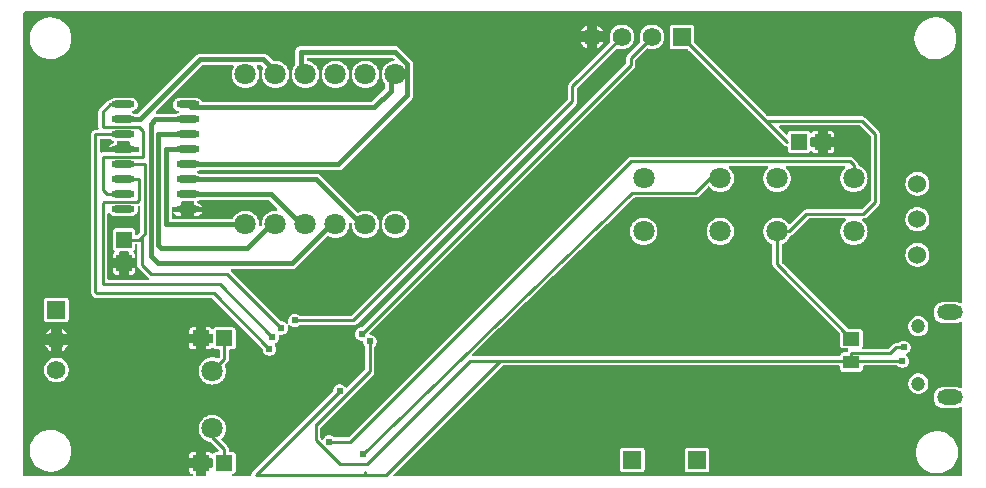
<source format=gbl>
G04 Layer: BottomLayer*
G04 EasyEDA v6.5.47, 2024-09-12 04:01:22*
G04 8c6c83d31be245b591d831e4eff4e06b,65b0a26063cb4300b6f9becee83ce362,10*
G04 Gerber Generator version 0.2*
G04 Scale: 100 percent, Rotated: No, Reflected: No *
G04 Dimensions in millimeters *
G04 leading zeros omitted , absolute positions ,4 integer and 5 decimal *
%FSLAX45Y45*%
%MOMM*%

%AMMACRO1*21,1,$1,$2,0,0,$3*%
%ADD10C,0.4550*%
%ADD11C,0.2550*%
%ADD12C,0.2540*%
%ADD13R,1.3770X1.1325*%
%ADD14MACRO1,1.377X1.1325X0.0000*%
%ADD15R,1.3500X1.4100*%
%ADD16MACRO1,1.35X1.41X0.0000*%
%ADD17MACRO1,1.35X1.41X-90.0000*%
%ADD18MACRO1,1.35X1.41X90.0000*%
%ADD19O,1.9709892X0.6020054*%
%ADD20R,1.5748X1.5748*%
%ADD21C,1.5748*%
%ADD22C,1.8000*%
%ADD23C,1.5240*%
%ADD24O,2.1999956000000003X1.2999974*%
%ADD25C,1.2000*%
%ADD26C,0.6200*%
%ADD27C,0.0120*%

%LPD*%
G36*
X36068Y-3961384D02*
G01*
X32156Y-3960622D01*
X28905Y-3958386D01*
X26670Y-3955135D01*
X25908Y-3951224D01*
X25908Y-36068D01*
X26670Y-32156D01*
X28905Y-28905D01*
X32156Y-26670D01*
X36068Y-25908D01*
X7963916Y-25908D01*
X7967827Y-26670D01*
X7971078Y-28905D01*
X7973314Y-32156D01*
X7974075Y-36068D01*
X7974075Y-2487168D01*
X7973212Y-2491181D01*
X7970875Y-2494584D01*
X7967319Y-2496718D01*
X7963204Y-2497277D01*
X7959242Y-2496159D01*
X7948015Y-2490368D01*
X7936331Y-2486202D01*
X7924190Y-2483662D01*
X7911439Y-2482799D01*
X7822133Y-2482799D01*
X7809433Y-2483662D01*
X7797292Y-2486202D01*
X7785608Y-2490368D01*
X7774584Y-2496058D01*
X7764424Y-2503220D01*
X7755381Y-2511653D01*
X7747558Y-2521305D01*
X7741107Y-2531872D01*
X7736179Y-2543251D01*
X7732826Y-2555240D01*
X7731150Y-2567482D01*
X7731150Y-2579928D01*
X7732826Y-2592222D01*
X7736179Y-2604160D01*
X7741107Y-2615539D01*
X7747558Y-2626106D01*
X7755381Y-2635758D01*
X7764424Y-2644190D01*
X7774584Y-2651353D01*
X7785608Y-2657043D01*
X7797292Y-2661208D01*
X7809433Y-2663748D01*
X7822133Y-2664612D01*
X7911439Y-2664612D01*
X7924190Y-2663748D01*
X7936331Y-2661208D01*
X7948015Y-2657043D01*
X7959242Y-2651252D01*
X7963204Y-2650134D01*
X7967319Y-2650693D01*
X7970875Y-2652826D01*
X7973212Y-2656230D01*
X7974075Y-2660294D01*
X7974075Y-3207105D01*
X7973212Y-3211169D01*
X7970875Y-3214573D01*
X7967319Y-3216706D01*
X7963204Y-3217265D01*
X7959242Y-3216148D01*
X7948015Y-3210356D01*
X7936331Y-3206191D01*
X7924190Y-3203651D01*
X7911439Y-3202787D01*
X7822133Y-3202787D01*
X7809433Y-3203651D01*
X7797292Y-3206191D01*
X7785608Y-3210356D01*
X7774584Y-3216046D01*
X7764424Y-3223209D01*
X7755381Y-3231642D01*
X7747558Y-3241294D01*
X7741107Y-3251860D01*
X7736179Y-3263239D01*
X7732826Y-3275177D01*
X7731150Y-3287471D01*
X7731150Y-3299917D01*
X7732826Y-3312160D01*
X7736179Y-3324148D01*
X7741107Y-3335528D01*
X7747558Y-3346094D01*
X7755381Y-3355746D01*
X7764424Y-3364179D01*
X7774584Y-3371342D01*
X7785608Y-3377031D01*
X7797292Y-3381197D01*
X7809433Y-3383737D01*
X7822133Y-3384600D01*
X7911439Y-3384600D01*
X7924190Y-3383737D01*
X7936331Y-3381197D01*
X7948015Y-3377031D01*
X7959242Y-3371240D01*
X7963204Y-3370122D01*
X7967319Y-3370681D01*
X7970875Y-3372815D01*
X7973212Y-3376218D01*
X7974075Y-3380232D01*
X7974075Y-3951224D01*
X7973314Y-3955135D01*
X7971078Y-3958386D01*
X7967827Y-3960622D01*
X7963916Y-3961384D01*
X3166313Y-3961384D01*
X3162401Y-3960622D01*
X3159150Y-3958386D01*
X3156915Y-3955135D01*
X3156153Y-3951224D01*
X3156915Y-3947312D01*
X3159150Y-3944061D01*
X4077055Y-3026156D01*
X4080357Y-3023920D01*
X4084218Y-3023158D01*
X6930898Y-3023158D01*
X6934758Y-3023920D01*
X6938060Y-3026156D01*
X6940245Y-3029407D01*
X6941058Y-3033318D01*
X6941058Y-3051657D01*
X6941769Y-3058007D01*
X6943648Y-3063443D01*
X6946747Y-3068320D01*
X6950811Y-3072434D01*
X6955739Y-3075533D01*
X6961174Y-3077413D01*
X6967524Y-3078124D01*
X7104075Y-3078124D01*
X7110425Y-3077413D01*
X7115860Y-3075533D01*
X7120788Y-3072434D01*
X7124852Y-3068320D01*
X7127951Y-3063443D01*
X7129830Y-3058007D01*
X7130542Y-3051657D01*
X7130542Y-3033318D01*
X7131354Y-3029407D01*
X7133539Y-3026156D01*
X7136841Y-3023920D01*
X7140702Y-3023158D01*
X7421930Y-3023158D01*
X7425486Y-3023819D01*
X7428636Y-3025698D01*
X7433767Y-3030220D01*
X7441996Y-3035300D01*
X7450937Y-3038856D01*
X7460386Y-3040888D01*
X7470038Y-3041345D01*
X7479588Y-3040075D01*
X7488783Y-3037281D01*
X7497419Y-3032912D01*
X7505192Y-3027172D01*
X7511846Y-3020212D01*
X7517231Y-3012236D01*
X7521244Y-3003448D01*
X7523632Y-2994101D01*
X7524496Y-2984500D01*
X7523632Y-2974898D01*
X7521244Y-2965551D01*
X7517231Y-2956763D01*
X7511846Y-2948787D01*
X7505192Y-2941828D01*
X7501788Y-2939338D01*
X7499045Y-2936240D01*
X7497775Y-2932379D01*
X7498130Y-2928264D01*
X7500061Y-2924657D01*
X7503261Y-2922066D01*
X7510119Y-2918612D01*
X7517892Y-2912872D01*
X7524546Y-2905912D01*
X7529931Y-2897936D01*
X7533944Y-2889148D01*
X7536332Y-2879801D01*
X7537196Y-2870200D01*
X7536332Y-2860598D01*
X7533944Y-2851251D01*
X7529931Y-2842463D01*
X7524546Y-2834487D01*
X7517892Y-2827528D01*
X7510119Y-2821787D01*
X7501483Y-2817418D01*
X7492288Y-2814624D01*
X7482738Y-2813354D01*
X7473086Y-2813812D01*
X7463637Y-2815844D01*
X7454696Y-2819400D01*
X7446467Y-2824480D01*
X7441336Y-2829001D01*
X7438186Y-2830880D01*
X7434630Y-2831541D01*
X7417308Y-2831541D01*
X7409281Y-2832354D01*
X7402017Y-2834538D01*
X7395362Y-2838094D01*
X7389114Y-2843225D01*
X7352944Y-2879344D01*
X7349642Y-2881579D01*
X7345781Y-2882341D01*
X7134453Y-2882341D01*
X7130237Y-2881426D01*
X7126782Y-2878886D01*
X7124700Y-2875127D01*
X7124344Y-2870809D01*
X7125817Y-2866796D01*
X7127951Y-2863443D01*
X7129830Y-2857957D01*
X7130542Y-2851658D01*
X7130542Y-2739542D01*
X7129830Y-2733192D01*
X7127951Y-2727756D01*
X7124852Y-2722880D01*
X7120788Y-2718765D01*
X7115860Y-2715666D01*
X7110425Y-2713786D01*
X7104075Y-2713075D01*
X7012127Y-2713075D01*
X7008266Y-2712262D01*
X7004964Y-2710078D01*
X6447536Y-2152650D01*
X6445300Y-2149348D01*
X6444538Y-2145436D01*
X6444538Y-2004720D01*
X6445351Y-2000808D01*
X6447586Y-1997456D01*
X6450939Y-1995271D01*
X6455206Y-1993595D01*
X6467957Y-1986584D01*
X6479743Y-1978050D01*
X6490360Y-1968093D01*
X6499656Y-1956866D01*
X6507429Y-1944573D01*
X6513880Y-1930806D01*
X6516522Y-1927402D01*
X6519824Y-1924862D01*
X6527393Y-1920849D01*
X6533642Y-1915718D01*
X6667855Y-1781556D01*
X6671157Y-1779320D01*
X6675018Y-1778558D01*
X6979716Y-1778558D01*
X6983882Y-1779422D01*
X6987286Y-1781911D01*
X6989419Y-1785569D01*
X6989825Y-1789785D01*
X6988556Y-1793798D01*
X6985711Y-1796948D01*
X6982256Y-1799437D01*
X6971639Y-1809394D01*
X6962343Y-1820621D01*
X6954570Y-1832914D01*
X6948373Y-1846072D01*
X6943852Y-1859940D01*
X6941159Y-1874215D01*
X6940245Y-1888743D01*
X6941159Y-1903272D01*
X6943852Y-1917547D01*
X6948373Y-1931416D01*
X6954570Y-1944573D01*
X6962343Y-1956866D01*
X6971639Y-1968093D01*
X6982256Y-1978050D01*
X6994042Y-1986584D01*
X7006793Y-1993595D01*
X7020306Y-1998980D01*
X7034428Y-2002586D01*
X7048855Y-2004415D01*
X7063384Y-2004415D01*
X7077811Y-2002586D01*
X7091934Y-1998980D01*
X7105446Y-1993595D01*
X7118197Y-1986584D01*
X7129983Y-1978050D01*
X7140600Y-1968093D01*
X7149896Y-1956866D01*
X7157669Y-1944573D01*
X7163866Y-1931416D01*
X7168388Y-1917547D01*
X7171080Y-1903272D01*
X7171994Y-1888743D01*
X7171080Y-1874215D01*
X7168388Y-1859940D01*
X7163866Y-1846072D01*
X7157669Y-1832914D01*
X7149896Y-1820621D01*
X7140600Y-1809394D01*
X7129983Y-1799437D01*
X7126528Y-1796948D01*
X7123684Y-1793798D01*
X7122414Y-1789785D01*
X7122820Y-1785569D01*
X7124953Y-1781911D01*
X7128357Y-1779422D01*
X7132523Y-1778558D01*
X7136892Y-1778558D01*
X7144918Y-1777746D01*
X7152182Y-1775561D01*
X7158837Y-1772005D01*
X7165086Y-1766874D01*
X7265974Y-1665986D01*
X7271105Y-1659737D01*
X7274661Y-1653082D01*
X7276846Y-1645818D01*
X7277658Y-1637792D01*
X7277658Y-1067308D01*
X7276846Y-1059281D01*
X7274661Y-1052017D01*
X7271105Y-1045362D01*
X7265974Y-1039114D01*
X7152386Y-925525D01*
X7146137Y-920394D01*
X7139482Y-916838D01*
X7132218Y-914653D01*
X7124192Y-913841D01*
X6332118Y-913841D01*
X6328257Y-913079D01*
X6324955Y-910894D01*
X5708345Y-294284D01*
X5706110Y-290982D01*
X5705348Y-287070D01*
X5705348Y-163118D01*
X5704636Y-156819D01*
X5702706Y-151333D01*
X5699658Y-146456D01*
X5695543Y-142341D01*
X5690666Y-139293D01*
X5685180Y-137363D01*
X5678881Y-136652D01*
X5522518Y-136652D01*
X5516219Y-137363D01*
X5510733Y-139293D01*
X5505856Y-142341D01*
X5501741Y-146456D01*
X5498693Y-151333D01*
X5496763Y-156819D01*
X5496052Y-163118D01*
X5496052Y-319481D01*
X5496763Y-325780D01*
X5498693Y-331266D01*
X5501741Y-336143D01*
X5505856Y-340258D01*
X5510733Y-343306D01*
X5516219Y-345236D01*
X5522518Y-345948D01*
X5646470Y-345948D01*
X5650331Y-346710D01*
X5653633Y-348945D01*
X6461963Y-1157274D01*
X6468211Y-1162405D01*
X6474866Y-1165961D01*
X6482130Y-1168146D01*
X6487312Y-1168654D01*
X6490919Y-1169720D01*
X6493865Y-1171956D01*
X6495796Y-1175105D01*
X6496507Y-1178763D01*
X6496507Y-1197254D01*
X6497218Y-1203553D01*
X6499098Y-1208989D01*
X6502196Y-1213916D01*
X6506260Y-1217980D01*
X6511188Y-1221079D01*
X6516624Y-1223010D01*
X6522974Y-1223721D01*
X6662826Y-1223721D01*
X6669125Y-1223010D01*
X6674612Y-1221079D01*
X6679488Y-1217980D01*
X6683603Y-1213916D01*
X6687108Y-1209852D01*
X6690868Y-1208278D01*
X6694931Y-1208278D01*
X6698691Y-1209852D01*
X6702196Y-1213916D01*
X6706311Y-1217980D01*
X6711188Y-1221079D01*
X6716674Y-1223010D01*
X6722973Y-1223721D01*
X6751320Y-1223721D01*
X6751320Y-1170381D01*
X6699453Y-1170381D01*
X6695592Y-1169619D01*
X6692290Y-1167434D01*
X6690055Y-1164132D01*
X6689293Y-1160221D01*
X6689293Y-1100378D01*
X6690055Y-1096467D01*
X6692290Y-1093165D01*
X6695592Y-1090980D01*
X6699453Y-1090218D01*
X6751320Y-1090218D01*
X6751320Y-1036878D01*
X6722973Y-1036878D01*
X6716674Y-1037590D01*
X6711188Y-1039520D01*
X6706311Y-1042619D01*
X6702196Y-1046683D01*
X6698691Y-1050747D01*
X6694931Y-1052322D01*
X6690868Y-1052322D01*
X6687108Y-1050747D01*
X6683603Y-1046683D01*
X6679488Y-1042619D01*
X6674612Y-1039520D01*
X6669125Y-1037590D01*
X6662826Y-1036878D01*
X6522974Y-1036878D01*
X6516624Y-1037590D01*
X6511188Y-1039520D01*
X6506260Y-1042619D01*
X6502196Y-1046683D01*
X6499098Y-1051610D01*
X6497218Y-1057046D01*
X6496913Y-1059535D01*
X6495796Y-1063193D01*
X6493459Y-1066139D01*
X6490157Y-1068019D01*
X6486448Y-1068578D01*
X6482740Y-1067714D01*
X6479641Y-1065580D01*
X6422542Y-1008481D01*
X6420358Y-1005230D01*
X6419545Y-1001318D01*
X6420358Y-997407D01*
X6422542Y-994156D01*
X6425844Y-991920D01*
X6429705Y-991158D01*
X7104481Y-991158D01*
X7108342Y-991920D01*
X7111644Y-994156D01*
X7197344Y-1079855D01*
X7199579Y-1083157D01*
X7200341Y-1087018D01*
X7200341Y-1618081D01*
X7199579Y-1621942D01*
X7197344Y-1625244D01*
X7124344Y-1698243D01*
X7121042Y-1700479D01*
X7117181Y-1701241D01*
X6655308Y-1701241D01*
X6647281Y-1702054D01*
X6640017Y-1704238D01*
X6633362Y-1707794D01*
X6627114Y-1712925D01*
X6516268Y-1823770D01*
X6512458Y-1826158D01*
X6507988Y-1826666D01*
X6503720Y-1825193D01*
X6500520Y-1821992D01*
X6499656Y-1820621D01*
X6490360Y-1809394D01*
X6479743Y-1799437D01*
X6467957Y-1790903D01*
X6455206Y-1783892D01*
X6441694Y-1778507D01*
X6427571Y-1774901D01*
X6413144Y-1773072D01*
X6398615Y-1773072D01*
X6384188Y-1774901D01*
X6370066Y-1778507D01*
X6356553Y-1783892D01*
X6343802Y-1790903D01*
X6332016Y-1799437D01*
X6321399Y-1809394D01*
X6312103Y-1820621D01*
X6304330Y-1832914D01*
X6298133Y-1846072D01*
X6293612Y-1859940D01*
X6290919Y-1874215D01*
X6290005Y-1888743D01*
X6290919Y-1903272D01*
X6293612Y-1917547D01*
X6298133Y-1931416D01*
X6304330Y-1944573D01*
X6312103Y-1956866D01*
X6321399Y-1968093D01*
X6332016Y-1978050D01*
X6343802Y-1986584D01*
X6356553Y-1993595D01*
X6360820Y-1995271D01*
X6364173Y-1997456D01*
X6366408Y-2000808D01*
X6367221Y-2004720D01*
X6367221Y-2165197D01*
X6368034Y-2173224D01*
X6370218Y-2180437D01*
X6373774Y-2187143D01*
X6378905Y-2193391D01*
X6938060Y-2752547D01*
X6940245Y-2755849D01*
X6941058Y-2759710D01*
X6941058Y-2851658D01*
X6941769Y-2857957D01*
X6943648Y-2863443D01*
X6946747Y-2868320D01*
X6950811Y-2872435D01*
X6955739Y-2875483D01*
X6961174Y-2877413D01*
X6967524Y-2878124D01*
X6999782Y-2878124D01*
X7003542Y-2878836D01*
X7006742Y-2880868D01*
X7008977Y-2883966D01*
X7009942Y-2887624D01*
X7009485Y-2891383D01*
X7007656Y-2894736D01*
X7003745Y-2899511D01*
X6999528Y-2907588D01*
X6997293Y-2910484D01*
X6994144Y-2912414D01*
X6990537Y-2913075D01*
X6967524Y-2913075D01*
X6961174Y-2913786D01*
X6955739Y-2915716D01*
X6950811Y-2918764D01*
X6946747Y-2922879D01*
X6943648Y-2927756D01*
X6941769Y-2933242D01*
X6941362Y-2936798D01*
X6940296Y-2940354D01*
X6938009Y-2943250D01*
X6934860Y-2945180D01*
X6931253Y-2945841D01*
X3834231Y-2945841D01*
X3830320Y-2945079D01*
X3827018Y-2942844D01*
X3824782Y-2939491D01*
X3824071Y-2935579D01*
X3824884Y-2931668D01*
X3827170Y-2928366D01*
X5194300Y-1603603D01*
X5197551Y-1601520D01*
X5201361Y-1600758D01*
X5714492Y-1600758D01*
X5722518Y-1599946D01*
X5729782Y-1597761D01*
X5736437Y-1594205D01*
X5742686Y-1589074D01*
X5820664Y-1510487D01*
X5824169Y-1508150D01*
X5828334Y-1507490D01*
X5832398Y-1508556D01*
X5835700Y-1511147D01*
X5841339Y-1518005D01*
X5851956Y-1527962D01*
X5863742Y-1536496D01*
X5876493Y-1543507D01*
X5890006Y-1548892D01*
X5904128Y-1552498D01*
X5918555Y-1554327D01*
X5933084Y-1554327D01*
X5947511Y-1552498D01*
X5961634Y-1548892D01*
X5975146Y-1543507D01*
X5987897Y-1536496D01*
X5999683Y-1527962D01*
X6010300Y-1518005D01*
X6019596Y-1506778D01*
X6027369Y-1494485D01*
X6033566Y-1481328D01*
X6038088Y-1467459D01*
X6040780Y-1453184D01*
X6041694Y-1438656D01*
X6040780Y-1424127D01*
X6038088Y-1409852D01*
X6033566Y-1395984D01*
X6027369Y-1382826D01*
X6019596Y-1370533D01*
X6010300Y-1359306D01*
X6002121Y-1351635D01*
X5999784Y-1348333D01*
X5998870Y-1344422D01*
X5999581Y-1340459D01*
X6001816Y-1337106D01*
X6005118Y-1334871D01*
X6009030Y-1334058D01*
X6322669Y-1334058D01*
X6326581Y-1334871D01*
X6329883Y-1337106D01*
X6332118Y-1340459D01*
X6332829Y-1344422D01*
X6331915Y-1348333D01*
X6329578Y-1351635D01*
X6321399Y-1359306D01*
X6312103Y-1370533D01*
X6304330Y-1382826D01*
X6298133Y-1395984D01*
X6293612Y-1409852D01*
X6290919Y-1424127D01*
X6290005Y-1438656D01*
X6290919Y-1453184D01*
X6293612Y-1467459D01*
X6298133Y-1481328D01*
X6304330Y-1494485D01*
X6312103Y-1506778D01*
X6321399Y-1518005D01*
X6332016Y-1527962D01*
X6343802Y-1536496D01*
X6356553Y-1543507D01*
X6370066Y-1548892D01*
X6384188Y-1552498D01*
X6398615Y-1554327D01*
X6413144Y-1554327D01*
X6427571Y-1552498D01*
X6441694Y-1548892D01*
X6455206Y-1543507D01*
X6467957Y-1536496D01*
X6479743Y-1527962D01*
X6490360Y-1518005D01*
X6499656Y-1506778D01*
X6507429Y-1494485D01*
X6513626Y-1481328D01*
X6518148Y-1467459D01*
X6520840Y-1453184D01*
X6521754Y-1438656D01*
X6520840Y-1424127D01*
X6518148Y-1409852D01*
X6513626Y-1395984D01*
X6507429Y-1382826D01*
X6499656Y-1370533D01*
X6490360Y-1359306D01*
X6482181Y-1351635D01*
X6479844Y-1348333D01*
X6478930Y-1344422D01*
X6479641Y-1340459D01*
X6481876Y-1337106D01*
X6485178Y-1334871D01*
X6489090Y-1334058D01*
X6972909Y-1334058D01*
X6976821Y-1334871D01*
X6980123Y-1337106D01*
X6982358Y-1340459D01*
X6983069Y-1344422D01*
X6982155Y-1348333D01*
X6979818Y-1351635D01*
X6971639Y-1359306D01*
X6962343Y-1370533D01*
X6954570Y-1382826D01*
X6948373Y-1395984D01*
X6943852Y-1409852D01*
X6941159Y-1424127D01*
X6940245Y-1438656D01*
X6941159Y-1453184D01*
X6943852Y-1467459D01*
X6948373Y-1481328D01*
X6954570Y-1494485D01*
X6962343Y-1506778D01*
X6971639Y-1518005D01*
X6982256Y-1527962D01*
X6994042Y-1536496D01*
X7006793Y-1543507D01*
X7020306Y-1548892D01*
X7034428Y-1552498D01*
X7048855Y-1554327D01*
X7063384Y-1554327D01*
X7077811Y-1552498D01*
X7091934Y-1548892D01*
X7105446Y-1543507D01*
X7118197Y-1536496D01*
X7129983Y-1527962D01*
X7140600Y-1518005D01*
X7149896Y-1506778D01*
X7157669Y-1494485D01*
X7163866Y-1481328D01*
X7168388Y-1467459D01*
X7171080Y-1453184D01*
X7171994Y-1438656D01*
X7171080Y-1424127D01*
X7168388Y-1409852D01*
X7163866Y-1395984D01*
X7157669Y-1382826D01*
X7149896Y-1370533D01*
X7140600Y-1359306D01*
X7129983Y-1349349D01*
X7118197Y-1340815D01*
X7105446Y-1333804D01*
X7100620Y-1331874D01*
X7097471Y-1329893D01*
X7095236Y-1326946D01*
X7094220Y-1323441D01*
X7093966Y-1320901D01*
X7091781Y-1313637D01*
X7088225Y-1306982D01*
X7083094Y-1300734D01*
X7050786Y-1268425D01*
X7044537Y-1263294D01*
X7037882Y-1259738D01*
X7030618Y-1257554D01*
X7022592Y-1256741D01*
X5169408Y-1256741D01*
X5161381Y-1257554D01*
X5154117Y-1259738D01*
X5147462Y-1263294D01*
X5141214Y-1268425D01*
X2780944Y-3628644D01*
X2777642Y-3630879D01*
X2773781Y-3631641D01*
X2661970Y-3631641D01*
X2658008Y-3630828D01*
X2646019Y-3621887D01*
X2637383Y-3617518D01*
X2628188Y-3614724D01*
X2618638Y-3613454D01*
X2608986Y-3613912D01*
X2599537Y-3615944D01*
X2590596Y-3619500D01*
X2582367Y-3624579D01*
X2575153Y-3630929D01*
X2569057Y-3638448D01*
X2564282Y-3647033D01*
X2561894Y-3649878D01*
X2558643Y-3651707D01*
X2554935Y-3652215D01*
X2551328Y-3651351D01*
X2548229Y-3649268D01*
X2543556Y-3644544D01*
X2541320Y-3641242D01*
X2540558Y-3637381D01*
X2540558Y-3550818D01*
X2541320Y-3546957D01*
X2543556Y-3543655D01*
X2986074Y-3101086D01*
X2991205Y-3094837D01*
X2994761Y-3088182D01*
X2996946Y-3080918D01*
X2997758Y-3072892D01*
X2997758Y-2865069D01*
X2998470Y-2861259D01*
X3000603Y-2858008D01*
X3003346Y-2855112D01*
X3008731Y-2847136D01*
X3012744Y-2838348D01*
X3015132Y-2829001D01*
X3015996Y-2819400D01*
X3015132Y-2809798D01*
X3012744Y-2800451D01*
X3008731Y-2791663D01*
X3003346Y-2783687D01*
X2996692Y-2776728D01*
X2988919Y-2770987D01*
X2980283Y-2766618D01*
X2971088Y-2763824D01*
X2960725Y-2762504D01*
X2956509Y-2760929D01*
X2953410Y-2757728D01*
X2951937Y-2753461D01*
X2952445Y-2749042D01*
X2954832Y-2745232D01*
X5195874Y-504190D01*
X5201005Y-497941D01*
X5204561Y-491286D01*
X5206746Y-484022D01*
X5207558Y-475996D01*
X5207558Y-439318D01*
X5208320Y-435457D01*
X5210556Y-432155D01*
X5300726Y-341934D01*
X5303824Y-339801D01*
X5307482Y-338988D01*
X5311190Y-339496D01*
X5319623Y-342341D01*
X5333034Y-345033D01*
X5346700Y-345948D01*
X5360365Y-345033D01*
X5373776Y-342341D01*
X5386730Y-337972D01*
X5399024Y-331927D01*
X5410403Y-324307D01*
X5420664Y-315264D01*
X5429707Y-305003D01*
X5437327Y-293624D01*
X5443372Y-281330D01*
X5447741Y-268376D01*
X5450433Y-254965D01*
X5451348Y-241300D01*
X5450433Y-227634D01*
X5447741Y-214223D01*
X5443372Y-201269D01*
X5437327Y-188976D01*
X5429707Y-177596D01*
X5420664Y-167335D01*
X5410403Y-158292D01*
X5399024Y-150672D01*
X5386730Y-144627D01*
X5373776Y-140258D01*
X5360365Y-137566D01*
X5346700Y-136652D01*
X5333034Y-137566D01*
X5319623Y-140258D01*
X5306669Y-144627D01*
X5294376Y-150672D01*
X5282996Y-158292D01*
X5272735Y-167335D01*
X5263692Y-177596D01*
X5256072Y-188976D01*
X5250027Y-201269D01*
X5245658Y-214223D01*
X5242966Y-227634D01*
X5242052Y-241300D01*
X5242966Y-254965D01*
X5245658Y-268376D01*
X5248503Y-276809D01*
X5249011Y-280517D01*
X5248198Y-284175D01*
X5246065Y-287274D01*
X5141925Y-391414D01*
X5136794Y-397662D01*
X5133238Y-404317D01*
X5131054Y-411581D01*
X5130241Y-419608D01*
X5130241Y-456285D01*
X5129479Y-460146D01*
X5127244Y-463448D01*
X2894431Y-2696311D01*
X2891332Y-2698394D01*
X2887675Y-2699258D01*
X2882188Y-2699512D01*
X2872740Y-2701544D01*
X2863799Y-2705100D01*
X2855569Y-2710180D01*
X2848356Y-2716530D01*
X2842260Y-2724048D01*
X2837586Y-2732481D01*
X2834386Y-2741574D01*
X2832760Y-2751074D01*
X2832760Y-2760726D01*
X2834386Y-2770225D01*
X2837586Y-2779318D01*
X2842260Y-2787751D01*
X2848356Y-2795270D01*
X2855569Y-2801620D01*
X2863799Y-2806700D01*
X2872740Y-2810256D01*
X2882188Y-2812288D01*
X2892704Y-2812745D01*
X2896463Y-2813659D01*
X2899613Y-2815894D01*
X2901696Y-2819095D01*
X2904083Y-2833725D01*
X2907284Y-2842818D01*
X2911957Y-2851251D01*
X2918206Y-2858922D01*
X2919882Y-2861919D01*
X2920441Y-2865323D01*
X2920441Y-3053181D01*
X2919679Y-3057042D01*
X2917444Y-3060344D01*
X2768447Y-3209391D01*
X2764688Y-3211779D01*
X2760268Y-3212338D01*
X2756052Y-3210966D01*
X2752801Y-3207918D01*
X2749346Y-3202787D01*
X2742692Y-3195828D01*
X2734919Y-3190087D01*
X2726283Y-3185718D01*
X2717088Y-3182924D01*
X2707538Y-3181654D01*
X2697886Y-3182112D01*
X2688437Y-3184144D01*
X2679496Y-3187700D01*
X2671267Y-3192780D01*
X2664053Y-3199130D01*
X2657957Y-3206648D01*
X2653284Y-3215081D01*
X2650083Y-3224174D01*
X2648458Y-3233674D01*
X2648458Y-3236264D01*
X2647645Y-3240176D01*
X2645460Y-3243478D01*
X1966925Y-3922014D01*
X1961794Y-3928262D01*
X1958238Y-3934917D01*
X1956054Y-3942181D01*
X1954885Y-3954424D01*
X1952752Y-3958031D01*
X1949348Y-3960520D01*
X1945233Y-3961384D01*
X1800047Y-3961384D01*
X1795780Y-3960469D01*
X1792325Y-3957828D01*
X1790242Y-3953967D01*
X1790039Y-3949598D01*
X1791614Y-3945534D01*
X1794764Y-3942537D01*
X1798929Y-3941114D01*
X1801875Y-3940810D01*
X1807311Y-3938879D01*
X1812239Y-3935780D01*
X1816303Y-3931716D01*
X1819402Y-3926789D01*
X1821281Y-3921353D01*
X1821992Y-3915054D01*
X1821992Y-3781145D01*
X1821281Y-3774846D01*
X1819402Y-3769410D01*
X1816303Y-3764483D01*
X1812239Y-3760419D01*
X1807311Y-3757320D01*
X1801875Y-3755390D01*
X1795525Y-3754678D01*
X1774443Y-3754678D01*
X1770532Y-3753916D01*
X1767281Y-3751732D01*
X1765046Y-3748430D01*
X1764284Y-3744518D01*
X1764284Y-3732784D01*
X1763471Y-3724757D01*
X1761286Y-3717544D01*
X1757730Y-3710838D01*
X1752600Y-3704640D01*
X1704441Y-3656431D01*
X1702257Y-3653180D01*
X1701444Y-3649370D01*
X1702155Y-3645560D01*
X1704238Y-3642258D01*
X1714906Y-3630929D01*
X1723440Y-3619195D01*
X1730451Y-3606444D01*
X1735836Y-3592931D01*
X1739442Y-3578809D01*
X1741271Y-3564382D01*
X1741271Y-3549802D01*
X1739442Y-3535375D01*
X1735836Y-3521303D01*
X1730451Y-3507740D01*
X1723440Y-3494989D01*
X1714906Y-3483203D01*
X1704949Y-3472637D01*
X1693722Y-3463340D01*
X1681429Y-3455568D01*
X1668272Y-3449370D01*
X1654403Y-3444849D01*
X1640128Y-3442106D01*
X1625600Y-3441192D01*
X1611071Y-3442106D01*
X1596796Y-3444849D01*
X1582928Y-3449370D01*
X1569770Y-3455568D01*
X1557477Y-3463340D01*
X1546250Y-3472637D01*
X1536293Y-3483203D01*
X1527759Y-3494989D01*
X1520748Y-3507740D01*
X1515364Y-3521303D01*
X1511757Y-3535375D01*
X1509928Y-3549802D01*
X1509928Y-3564382D01*
X1511757Y-3578809D01*
X1515364Y-3592931D01*
X1520748Y-3606444D01*
X1527759Y-3619195D01*
X1536293Y-3630980D01*
X1546250Y-3641598D01*
X1557477Y-3650843D01*
X1569770Y-3658666D01*
X1582928Y-3664864D01*
X1596796Y-3669334D01*
X1607769Y-3671417D01*
X1610614Y-3672433D01*
X1613052Y-3674211D01*
X1676146Y-3737356D01*
X1678330Y-3740658D01*
X1679143Y-3744518D01*
X1678330Y-3748430D01*
X1676146Y-3751732D01*
X1672843Y-3753916D01*
X1668983Y-3754678D01*
X1655673Y-3754678D01*
X1649374Y-3755390D01*
X1643888Y-3757320D01*
X1639011Y-3760419D01*
X1634896Y-3764483D01*
X1631391Y-3768547D01*
X1627632Y-3770122D01*
X1623568Y-3770122D01*
X1619808Y-3768547D01*
X1616303Y-3764483D01*
X1612188Y-3760419D01*
X1607312Y-3757320D01*
X1601825Y-3755390D01*
X1595526Y-3754678D01*
X1567180Y-3754678D01*
X1567180Y-3808018D01*
X1619046Y-3808018D01*
X1622907Y-3808780D01*
X1626209Y-3810965D01*
X1628444Y-3814267D01*
X1629206Y-3818178D01*
X1629206Y-3878021D01*
X1628444Y-3881932D01*
X1626209Y-3885234D01*
X1622907Y-3887419D01*
X1619046Y-3888181D01*
X1567180Y-3888181D01*
X1567180Y-3951224D01*
X1566418Y-3955135D01*
X1564233Y-3958386D01*
X1560931Y-3960622D01*
X1557020Y-3961384D01*
X1494180Y-3961384D01*
X1490268Y-3960622D01*
X1486966Y-3958386D01*
X1484782Y-3955135D01*
X1484020Y-3951224D01*
X1484020Y-3888181D01*
X1429207Y-3888181D01*
X1429207Y-3915054D01*
X1429918Y-3921353D01*
X1431798Y-3926789D01*
X1434896Y-3931716D01*
X1438960Y-3935780D01*
X1443888Y-3938879D01*
X1449324Y-3940810D01*
X1452270Y-3941114D01*
X1456436Y-3942537D01*
X1459585Y-3945534D01*
X1461160Y-3949598D01*
X1460957Y-3953967D01*
X1458874Y-3957828D01*
X1455420Y-3960469D01*
X1451152Y-3961384D01*
G37*

%LPC*%
G36*
X7764272Y-3937508D02*
G01*
X7782610Y-3936085D01*
X7800644Y-3932834D01*
X7818272Y-3927703D01*
X7835290Y-3920744D01*
X7851495Y-3912108D01*
X7866735Y-3901897D01*
X7880858Y-3890111D01*
X7893659Y-3876954D01*
X7905089Y-3862578D01*
X7914944Y-3847084D01*
X7923174Y-3830624D01*
X7929625Y-3813454D01*
X7934299Y-3795674D01*
X7937144Y-3777538D01*
X7938058Y-3759200D01*
X7937144Y-3740861D01*
X7934299Y-3722725D01*
X7929625Y-3704945D01*
X7923174Y-3687775D01*
X7914944Y-3671315D01*
X7905089Y-3655822D01*
X7893659Y-3641445D01*
X7880858Y-3628288D01*
X7866735Y-3616502D01*
X7851495Y-3606241D01*
X7835290Y-3597605D01*
X7818272Y-3590696D01*
X7800644Y-3585565D01*
X7782610Y-3582263D01*
X7764272Y-3580841D01*
X7745933Y-3581349D01*
X7727696Y-3583686D01*
X7709814Y-3587902D01*
X7692491Y-3593947D01*
X7675829Y-3601720D01*
X7660081Y-3611168D01*
X7645400Y-3622192D01*
X7631938Y-3634689D01*
X7619796Y-3648456D01*
X7609179Y-3663442D01*
X7600137Y-3679444D01*
X7592771Y-3696258D01*
X7587183Y-3713784D01*
X7583424Y-3731717D01*
X7581544Y-3750005D01*
X7581544Y-3768394D01*
X7583424Y-3786632D01*
X7587183Y-3804615D01*
X7592771Y-3822141D01*
X7600137Y-3838956D01*
X7609179Y-3854958D01*
X7619796Y-3869893D01*
X7631938Y-3883710D01*
X7645400Y-3896156D01*
X7660081Y-3907180D01*
X7675829Y-3916679D01*
X7692491Y-3924452D01*
X7709814Y-3930497D01*
X7727696Y-3934714D01*
X7745933Y-3937050D01*
G37*
G36*
X5649518Y-3927348D02*
G01*
X5805881Y-3927348D01*
X5812180Y-3926636D01*
X5817666Y-3924706D01*
X5822543Y-3921658D01*
X5826658Y-3917543D01*
X5829706Y-3912666D01*
X5831636Y-3907180D01*
X5832348Y-3900881D01*
X5832348Y-3744518D01*
X5831636Y-3738219D01*
X5829706Y-3732733D01*
X5826658Y-3727856D01*
X5822543Y-3723741D01*
X5817666Y-3720693D01*
X5812180Y-3718763D01*
X5805881Y-3718051D01*
X5649518Y-3718051D01*
X5643219Y-3718763D01*
X5637733Y-3720693D01*
X5632856Y-3723741D01*
X5628741Y-3727856D01*
X5625693Y-3732733D01*
X5623763Y-3738219D01*
X5623052Y-3744518D01*
X5623052Y-3900881D01*
X5623763Y-3907180D01*
X5625693Y-3912666D01*
X5628741Y-3917543D01*
X5632856Y-3921658D01*
X5637733Y-3924706D01*
X5643219Y-3926636D01*
G37*
G36*
X5103418Y-3927348D02*
G01*
X5259781Y-3927348D01*
X5266080Y-3926636D01*
X5271566Y-3924706D01*
X5276443Y-3921658D01*
X5280558Y-3917543D01*
X5283606Y-3912666D01*
X5285536Y-3907180D01*
X5286248Y-3900881D01*
X5286248Y-3744518D01*
X5285536Y-3738219D01*
X5283606Y-3732733D01*
X5280558Y-3727856D01*
X5276443Y-3723741D01*
X5271566Y-3720693D01*
X5266080Y-3718763D01*
X5259781Y-3718051D01*
X5103418Y-3718051D01*
X5097119Y-3718763D01*
X5091633Y-3720693D01*
X5086756Y-3723741D01*
X5082641Y-3727856D01*
X5079593Y-3732733D01*
X5077663Y-3738219D01*
X5076952Y-3744518D01*
X5076952Y-3900881D01*
X5077663Y-3907180D01*
X5079593Y-3912666D01*
X5082641Y-3917543D01*
X5086756Y-3921658D01*
X5091633Y-3924706D01*
X5097119Y-3926636D01*
G37*
G36*
X258571Y-3923842D02*
G01*
X276758Y-3922420D01*
X294741Y-3919169D01*
X312267Y-3914038D01*
X329184Y-3907180D01*
X345338Y-3898595D01*
X360476Y-3888384D01*
X374497Y-3876700D01*
X387248Y-3863594D01*
X398576Y-3849268D01*
X408381Y-3833876D01*
X416559Y-3817518D01*
X423011Y-3800449D01*
X427634Y-3782771D01*
X430479Y-3764737D01*
X431393Y-3746500D01*
X430479Y-3728262D01*
X427634Y-3710228D01*
X423011Y-3692550D01*
X416559Y-3675481D01*
X408381Y-3659124D01*
X398576Y-3643731D01*
X387248Y-3629406D01*
X374497Y-3616299D01*
X360476Y-3604615D01*
X345338Y-3594404D01*
X329184Y-3585819D01*
X312267Y-3578961D01*
X294741Y-3573830D01*
X276758Y-3570579D01*
X258571Y-3569157D01*
X240334Y-3569614D01*
X222199Y-3572001D01*
X204419Y-3576167D01*
X187147Y-3582162D01*
X170637Y-3589934D01*
X154990Y-3599332D01*
X140360Y-3610305D01*
X126949Y-3622700D01*
X114909Y-3636416D01*
X104343Y-3651300D01*
X95300Y-3667201D01*
X87985Y-3683914D01*
X82448Y-3701338D01*
X78740Y-3719220D01*
X76860Y-3737356D01*
X76860Y-3755644D01*
X78740Y-3773779D01*
X82448Y-3791661D01*
X87985Y-3809085D01*
X95300Y-3825798D01*
X104343Y-3841699D01*
X114909Y-3856583D01*
X126949Y-3870299D01*
X140360Y-3882694D01*
X154990Y-3893667D01*
X170637Y-3903065D01*
X187147Y-3910837D01*
X204419Y-3916832D01*
X222199Y-3920998D01*
X240334Y-3923385D01*
G37*
G36*
X1429207Y-3808018D02*
G01*
X1484020Y-3808018D01*
X1484020Y-3754678D01*
X1455674Y-3754678D01*
X1449324Y-3755390D01*
X1443888Y-3757320D01*
X1438960Y-3760419D01*
X1434896Y-3764483D01*
X1431798Y-3769410D01*
X1429918Y-3774846D01*
X1429207Y-3781145D01*
G37*
G36*
X7601813Y-3262071D02*
G01*
X7614005Y-3261207D01*
X7625994Y-3258616D01*
X7637475Y-3254298D01*
X7648244Y-3248456D01*
X7658049Y-3241090D01*
X7666685Y-3232454D01*
X7674051Y-3222650D01*
X7679944Y-3211880D01*
X7684211Y-3200400D01*
X7686802Y-3188411D01*
X7687665Y-3176219D01*
X7686802Y-3163976D01*
X7684211Y-3151987D01*
X7679944Y-3140506D01*
X7674051Y-3129788D01*
X7666685Y-3119983D01*
X7658049Y-3111296D01*
X7648244Y-3103930D01*
X7637475Y-3098088D01*
X7625994Y-3093770D01*
X7614005Y-3091180D01*
X7601813Y-3090316D01*
X7589570Y-3091180D01*
X7577581Y-3093770D01*
X7566101Y-3098088D01*
X7555382Y-3103930D01*
X7545578Y-3111296D01*
X7536891Y-3119983D01*
X7529525Y-3129788D01*
X7523683Y-3140506D01*
X7519416Y-3151987D01*
X7516774Y-3163976D01*
X7515910Y-3176219D01*
X7516774Y-3188411D01*
X7519416Y-3200400D01*
X7523683Y-3211880D01*
X7529525Y-3222650D01*
X7536891Y-3232454D01*
X7545578Y-3241090D01*
X7555382Y-3248456D01*
X7566101Y-3254298D01*
X7577581Y-3258616D01*
X7589570Y-3261207D01*
G37*
G36*
X1625600Y-3185007D02*
G01*
X1640128Y-3184093D01*
X1654403Y-3181350D01*
X1668272Y-3176828D01*
X1681429Y-3170631D01*
X1693722Y-3162858D01*
X1704949Y-3153562D01*
X1714906Y-3142945D01*
X1723440Y-3131210D01*
X1730451Y-3118459D01*
X1735836Y-3104896D01*
X1739442Y-3090824D01*
X1741271Y-3076397D01*
X1741271Y-3061817D01*
X1739442Y-3047390D01*
X1735836Y-3033268D01*
X1732635Y-3025292D01*
X1731924Y-3021482D01*
X1732737Y-3017621D01*
X1734921Y-3014370D01*
X1752549Y-2996742D01*
X1757680Y-2990545D01*
X1761236Y-2983839D01*
X1763420Y-2976626D01*
X1764233Y-2968599D01*
X1764233Y-2897581D01*
X1764995Y-2893669D01*
X1767179Y-2890367D01*
X1770481Y-2888183D01*
X1774393Y-2887421D01*
X1795525Y-2887421D01*
X1801875Y-2886710D01*
X1807311Y-2884779D01*
X1812239Y-2881680D01*
X1816303Y-2877616D01*
X1819402Y-2872689D01*
X1821281Y-2867253D01*
X1821992Y-2860954D01*
X1821992Y-2727045D01*
X1821281Y-2720746D01*
X1819402Y-2715310D01*
X1816303Y-2710383D01*
X1812239Y-2706319D01*
X1807311Y-2703220D01*
X1801875Y-2701290D01*
X1795525Y-2700578D01*
X1655673Y-2700578D01*
X1649374Y-2701290D01*
X1643888Y-2703220D01*
X1639011Y-2706319D01*
X1634896Y-2710383D01*
X1631391Y-2714447D01*
X1627632Y-2716022D01*
X1623568Y-2716022D01*
X1619808Y-2714447D01*
X1616303Y-2710383D01*
X1612188Y-2706319D01*
X1607312Y-2703220D01*
X1601825Y-2701290D01*
X1595526Y-2700578D01*
X1567180Y-2700578D01*
X1567180Y-2753918D01*
X1619046Y-2753918D01*
X1622907Y-2754680D01*
X1626209Y-2756865D01*
X1628444Y-2760167D01*
X1629206Y-2764078D01*
X1629206Y-2823921D01*
X1628444Y-2827832D01*
X1626209Y-2831134D01*
X1622907Y-2833319D01*
X1619046Y-2834081D01*
X1567180Y-2834081D01*
X1567180Y-2887421D01*
X1595526Y-2887421D01*
X1601825Y-2886710D01*
X1607312Y-2884779D01*
X1612188Y-2881680D01*
X1616303Y-2877616D01*
X1619808Y-2873552D01*
X1623568Y-2871978D01*
X1627632Y-2871978D01*
X1631391Y-2873552D01*
X1634896Y-2877616D01*
X1639011Y-2881680D01*
X1643888Y-2884779D01*
X1649374Y-2886710D01*
X1655673Y-2887421D01*
X1676857Y-2887421D01*
X1680718Y-2888183D01*
X1684020Y-2890367D01*
X1686204Y-2893669D01*
X1687017Y-2897581D01*
X1687017Y-2948889D01*
X1686204Y-2952800D01*
X1684020Y-2956102D01*
X1680464Y-2959658D01*
X1677009Y-2961944D01*
X1672945Y-2962605D01*
X1668272Y-2961335D01*
X1654403Y-2956864D01*
X1640128Y-2954121D01*
X1625600Y-2953207D01*
X1611071Y-2954121D01*
X1596796Y-2956864D01*
X1582928Y-2961335D01*
X1569770Y-2967532D01*
X1557477Y-2975356D01*
X1546250Y-2984601D01*
X1536293Y-2995218D01*
X1527759Y-3007004D01*
X1520748Y-3019755D01*
X1515364Y-3033268D01*
X1511757Y-3047390D01*
X1509928Y-3061817D01*
X1509928Y-3076397D01*
X1511757Y-3090824D01*
X1515364Y-3104896D01*
X1520748Y-3118459D01*
X1527759Y-3131210D01*
X1536293Y-3142945D01*
X1546250Y-3153562D01*
X1557477Y-3162858D01*
X1569770Y-3170631D01*
X1582928Y-3176828D01*
X1596796Y-3181350D01*
X1611071Y-3184093D01*
G37*
G36*
X304800Y-3165348D02*
G01*
X318465Y-3164433D01*
X331876Y-3161741D01*
X344830Y-3157372D01*
X357124Y-3151327D01*
X368503Y-3143707D01*
X378764Y-3134664D01*
X387807Y-3124403D01*
X395427Y-3113024D01*
X401472Y-3100730D01*
X405841Y-3087776D01*
X408533Y-3074365D01*
X409448Y-3060700D01*
X408533Y-3047034D01*
X405841Y-3033623D01*
X401472Y-3020669D01*
X395427Y-3008376D01*
X387807Y-2996996D01*
X378764Y-2986735D01*
X368503Y-2977692D01*
X357124Y-2970072D01*
X344830Y-2964027D01*
X331876Y-2959658D01*
X318465Y-2956966D01*
X304800Y-2956052D01*
X291134Y-2956966D01*
X277723Y-2959658D01*
X264769Y-2964027D01*
X252475Y-2970072D01*
X241096Y-2977692D01*
X230835Y-2986735D01*
X221792Y-2996996D01*
X214172Y-3008376D01*
X208127Y-3020669D01*
X203758Y-3033623D01*
X201066Y-3047034D01*
X200152Y-3060700D01*
X201066Y-3074365D01*
X203758Y-3087776D01*
X208127Y-3100730D01*
X214172Y-3113024D01*
X221792Y-3124403D01*
X230835Y-3134664D01*
X241096Y-3143707D01*
X252475Y-3151327D01*
X264769Y-3157372D01*
X277723Y-3161741D01*
X291134Y-3164433D01*
G37*
G36*
X2110638Y-2939745D02*
G01*
X2120188Y-2938475D01*
X2129383Y-2935681D01*
X2138019Y-2931312D01*
X2145792Y-2925572D01*
X2152446Y-2918612D01*
X2157831Y-2910636D01*
X2161844Y-2901848D01*
X2164232Y-2892501D01*
X2165096Y-2882900D01*
X2164232Y-2873298D01*
X2161844Y-2863951D01*
X2157831Y-2855163D01*
X2152904Y-2847848D01*
X2151329Y-2843885D01*
X2151481Y-2839618D01*
X2153412Y-2835757D01*
X2156764Y-2833065D01*
X2163419Y-2829712D01*
X2171192Y-2823972D01*
X2177846Y-2817012D01*
X2183231Y-2809036D01*
X2187244Y-2800248D01*
X2189632Y-2790901D01*
X2190496Y-2781300D01*
X2189683Y-2772156D01*
X2190089Y-2768396D01*
X2191816Y-2765044D01*
X2194661Y-2762554D01*
X2198166Y-2761284D01*
X2212238Y-2761945D01*
X2221788Y-2760675D01*
X2230983Y-2757881D01*
X2239619Y-2753512D01*
X2247392Y-2747772D01*
X2254046Y-2740812D01*
X2259431Y-2732836D01*
X2263444Y-2724048D01*
X2265832Y-2714701D01*
X2266696Y-2705100D01*
X2265832Y-2695498D01*
X2263952Y-2688234D01*
X2263749Y-2684322D01*
X2264968Y-2680614D01*
X2267559Y-2677668D01*
X2271064Y-2675890D01*
X2274976Y-2675585D01*
X2278684Y-2676753D01*
X2281682Y-2679293D01*
X2283053Y-2680970D01*
X2290267Y-2687320D01*
X2298496Y-2692400D01*
X2307437Y-2695956D01*
X2316886Y-2697988D01*
X2326538Y-2698445D01*
X2336088Y-2697175D01*
X2345283Y-2694381D01*
X2353919Y-2690012D01*
X2365908Y-2681071D01*
X2369870Y-2680258D01*
X2818892Y-2680258D01*
X2826918Y-2679446D01*
X2834182Y-2677261D01*
X2840837Y-2673705D01*
X2847086Y-2668574D01*
X4700574Y-815086D01*
X4705705Y-808837D01*
X4709261Y-802182D01*
X4711446Y-794918D01*
X4712258Y-786892D01*
X4712258Y-680618D01*
X4713020Y-676757D01*
X4715256Y-673455D01*
X5046726Y-341934D01*
X5049824Y-339801D01*
X5053482Y-338988D01*
X5057190Y-339496D01*
X5065623Y-342341D01*
X5079034Y-345033D01*
X5092700Y-345948D01*
X5106365Y-345033D01*
X5119776Y-342341D01*
X5132730Y-337972D01*
X5145024Y-331927D01*
X5156403Y-324307D01*
X5166664Y-315264D01*
X5175707Y-305003D01*
X5183327Y-293624D01*
X5189372Y-281330D01*
X5193741Y-268376D01*
X5196433Y-254965D01*
X5197348Y-241300D01*
X5196433Y-227634D01*
X5193741Y-214223D01*
X5189372Y-201269D01*
X5183327Y-188976D01*
X5175707Y-177596D01*
X5166664Y-167335D01*
X5156403Y-158292D01*
X5145024Y-150672D01*
X5132730Y-144627D01*
X5119776Y-140258D01*
X5106365Y-137566D01*
X5092700Y-136652D01*
X5079034Y-137566D01*
X5065623Y-140258D01*
X5052669Y-144627D01*
X5040376Y-150672D01*
X5028996Y-158292D01*
X5018735Y-167335D01*
X5009692Y-177596D01*
X5002072Y-188976D01*
X4996027Y-201269D01*
X4991658Y-214223D01*
X4988966Y-227634D01*
X4988052Y-241300D01*
X4988966Y-254965D01*
X4991658Y-268376D01*
X4994503Y-276809D01*
X4995011Y-280517D01*
X4994198Y-284175D01*
X4992065Y-287274D01*
X4646625Y-632714D01*
X4641494Y-638962D01*
X4637938Y-645617D01*
X4635754Y-652881D01*
X4634941Y-660908D01*
X4634941Y-767181D01*
X4634179Y-771042D01*
X4631944Y-774344D01*
X2806344Y-2599944D01*
X2803042Y-2602179D01*
X2799181Y-2602941D01*
X2369870Y-2602941D01*
X2365908Y-2602128D01*
X2353919Y-2593187D01*
X2345283Y-2588818D01*
X2336088Y-2586024D01*
X2326538Y-2584754D01*
X2316886Y-2585212D01*
X2307437Y-2587244D01*
X2298496Y-2590800D01*
X2290267Y-2595880D01*
X2283053Y-2602230D01*
X2276957Y-2609748D01*
X2272284Y-2618181D01*
X2269083Y-2627274D01*
X2267458Y-2636774D01*
X2267458Y-2646426D01*
X2269083Y-2655925D01*
X2269642Y-2657602D01*
X2270201Y-2661462D01*
X2269286Y-2665272D01*
X2266950Y-2668422D01*
X2263648Y-2670505D01*
X2259736Y-2671114D01*
X2255926Y-2670251D01*
X2252726Y-2668016D01*
X2247392Y-2662428D01*
X2239619Y-2656687D01*
X2230983Y-2652318D01*
X2221788Y-2649524D01*
X2208123Y-2647594D01*
X2204669Y-2645308D01*
X1784350Y-2224989D01*
X1782165Y-2221687D01*
X1781403Y-2217826D01*
X1782165Y-2213914D01*
X1784350Y-2210612D01*
X1787652Y-2208428D01*
X1791563Y-2207666D01*
X2300579Y-2207615D01*
X2309825Y-2206345D01*
X2318359Y-2203450D01*
X2326182Y-2199132D01*
X2333447Y-2193086D01*
X2596235Y-1930247D01*
X2599893Y-1927910D01*
X2604211Y-1927301D01*
X2608326Y-1928520D01*
X2617673Y-1933651D01*
X2631186Y-1939036D01*
X2645308Y-1942642D01*
X2659735Y-1944471D01*
X2674264Y-1944471D01*
X2688691Y-1942642D01*
X2702814Y-1939036D01*
X2716326Y-1933651D01*
X2729077Y-1926640D01*
X2740863Y-1918106D01*
X2751480Y-1908149D01*
X2760776Y-1896922D01*
X2768549Y-1884629D01*
X2774746Y-1871472D01*
X2779268Y-1857603D01*
X2781960Y-1843328D01*
X2782874Y-1828800D01*
X2782468Y-1822348D01*
X2783027Y-1818335D01*
X2785160Y-1814830D01*
X2788462Y-1812442D01*
X2792425Y-1811528D01*
X2796387Y-1812289D01*
X2799791Y-1814525D01*
X2802382Y-1817116D01*
X2804718Y-1820722D01*
X2805379Y-1824939D01*
X2805125Y-1828800D01*
X2806039Y-1843328D01*
X2808732Y-1857603D01*
X2813253Y-1871472D01*
X2819450Y-1884629D01*
X2827223Y-1896922D01*
X2836519Y-1908149D01*
X2847136Y-1918106D01*
X2858922Y-1926640D01*
X2871673Y-1933651D01*
X2885186Y-1939036D01*
X2899308Y-1942642D01*
X2913735Y-1944471D01*
X2928264Y-1944471D01*
X2942691Y-1942642D01*
X2956814Y-1939036D01*
X2970326Y-1933651D01*
X2983077Y-1926640D01*
X2994863Y-1918106D01*
X3005480Y-1908149D01*
X3014776Y-1896922D01*
X3022549Y-1884629D01*
X3028746Y-1871472D01*
X3033268Y-1857603D01*
X3035960Y-1843328D01*
X3036874Y-1828800D01*
X3035960Y-1814271D01*
X3033268Y-1799996D01*
X3028746Y-1786128D01*
X3022549Y-1772970D01*
X3014776Y-1760677D01*
X3005480Y-1749450D01*
X2994863Y-1739493D01*
X2983077Y-1730959D01*
X2970326Y-1723948D01*
X2956814Y-1718564D01*
X2942691Y-1714957D01*
X2928264Y-1713128D01*
X2913735Y-1713128D01*
X2899308Y-1714957D01*
X2885186Y-1718564D01*
X2871673Y-1723948D01*
X2862326Y-1729079D01*
X2858211Y-1730298D01*
X2853893Y-1729689D01*
X2850235Y-1727352D01*
X2534920Y-1412087D01*
X2527503Y-1406448D01*
X2519476Y-1402486D01*
X2510840Y-1399997D01*
X2501442Y-1399133D01*
X1514856Y-1399133D01*
X1510538Y-1398168D01*
X1504137Y-1395222D01*
X1500073Y-1394104D01*
X1496161Y-1392072D01*
X1493469Y-1388618D01*
X1492554Y-1384300D01*
X1493469Y-1379982D01*
X1496161Y-1376527D01*
X1500073Y-1374495D01*
X1504137Y-1373378D01*
X1510538Y-1370431D01*
X1514856Y-1369466D01*
X2694279Y-1369415D01*
X2703525Y-1368145D01*
X2712059Y-1365250D01*
X2719882Y-1360932D01*
X2727147Y-1354886D01*
X3312312Y-769620D01*
X3317951Y-762203D01*
X3321913Y-754176D01*
X3324402Y-745540D01*
X3325266Y-736142D01*
X3325215Y-468020D01*
X3323945Y-458774D01*
X3321050Y-450240D01*
X3316732Y-442417D01*
X3310686Y-435152D01*
X3208020Y-332587D01*
X3200603Y-326948D01*
X3192576Y-322986D01*
X3183940Y-320497D01*
X3174542Y-319633D01*
X2375154Y-319633D01*
X2370429Y-319836D01*
X2365959Y-320497D01*
X2361590Y-321513D01*
X2357323Y-322935D01*
X2353208Y-324764D01*
X2349296Y-326948D01*
X2345588Y-329488D01*
X2342134Y-332333D01*
X2338933Y-335534D01*
X2336088Y-338988D01*
X2333548Y-342696D01*
X2331364Y-346608D01*
X2329535Y-350723D01*
X2328113Y-354990D01*
X2327097Y-359359D01*
X2326436Y-363829D01*
X2326233Y-368554D01*
X2326233Y-478586D01*
X2325624Y-481990D01*
X2323896Y-485038D01*
X2319223Y-490677D01*
X2311450Y-502970D01*
X2305253Y-516128D01*
X2300732Y-529996D01*
X2298039Y-544271D01*
X2297125Y-558800D01*
X2298039Y-573328D01*
X2300732Y-587603D01*
X2305253Y-601472D01*
X2311450Y-614629D01*
X2319223Y-626922D01*
X2328519Y-638149D01*
X2339136Y-648106D01*
X2350922Y-656640D01*
X2363673Y-663651D01*
X2377186Y-669036D01*
X2391308Y-672642D01*
X2405735Y-674471D01*
X2420264Y-674471D01*
X2434691Y-672642D01*
X2448814Y-669036D01*
X2462326Y-663651D01*
X2475077Y-656640D01*
X2486863Y-648106D01*
X2497480Y-638149D01*
X2506776Y-626922D01*
X2514549Y-614629D01*
X2520746Y-601472D01*
X2525268Y-587603D01*
X2527960Y-573328D01*
X2528874Y-558800D01*
X2527960Y-544271D01*
X2525268Y-529996D01*
X2520746Y-516128D01*
X2514549Y-502970D01*
X2506776Y-490677D01*
X2497480Y-479450D01*
X2486863Y-469493D01*
X2475077Y-460959D01*
X2462326Y-453948D01*
X2448814Y-448564D01*
X2434691Y-444957D01*
X2432456Y-444703D01*
X2428951Y-443585D01*
X2426106Y-441299D01*
X2424226Y-438200D01*
X2423566Y-434593D01*
X2423566Y-427126D01*
X2424328Y-423214D01*
X2426512Y-419912D01*
X2429814Y-417728D01*
X2433726Y-416966D01*
X3150616Y-416966D01*
X3154527Y-417728D01*
X3157829Y-419912D01*
X3164890Y-426974D01*
X3167278Y-430784D01*
X3167786Y-435254D01*
X3166313Y-439521D01*
X3163163Y-442722D01*
X3158947Y-444246D01*
X3153308Y-444957D01*
X3139186Y-448564D01*
X3125673Y-453948D01*
X3112922Y-460959D01*
X3101136Y-469493D01*
X3090519Y-479450D01*
X3081223Y-490677D01*
X3073450Y-502970D01*
X3067253Y-516128D01*
X3062732Y-529996D01*
X3060039Y-544271D01*
X3059125Y-558800D01*
X3060039Y-573328D01*
X3062732Y-587603D01*
X3067253Y-601472D01*
X3073450Y-614629D01*
X3081223Y-626922D01*
X3085896Y-632561D01*
X3087624Y-635609D01*
X3088233Y-639013D01*
X3088233Y-674116D01*
X3087471Y-678027D01*
X3085287Y-681329D01*
X2980029Y-786587D01*
X2976727Y-788771D01*
X2972816Y-789533D01*
X1542084Y-789533D01*
X1538884Y-789025D01*
X1535988Y-787552D01*
X1533753Y-785215D01*
X1527860Y-776833D01*
X1520952Y-769924D01*
X1512976Y-764336D01*
X1504137Y-760222D01*
X1494739Y-757682D01*
X1484579Y-756767D01*
X1348536Y-756767D01*
X1338376Y-757682D01*
X1328978Y-760222D01*
X1320139Y-764336D01*
X1312113Y-769924D01*
X1305204Y-776833D01*
X1299616Y-784809D01*
X1295501Y-793648D01*
X1292961Y-803097D01*
X1292148Y-812800D01*
X1292961Y-822502D01*
X1295501Y-831951D01*
X1299616Y-840790D01*
X1305204Y-848766D01*
X1312113Y-855675D01*
X1320139Y-861263D01*
X1328978Y-865378D01*
X1333042Y-866495D01*
X1336954Y-868527D01*
X1339596Y-871982D01*
X1340561Y-876300D01*
X1339596Y-880618D01*
X1336954Y-884072D01*
X1333042Y-886104D01*
X1328978Y-887221D01*
X1322578Y-890168D01*
X1318260Y-891133D01*
X1157986Y-891133D01*
X1154125Y-890371D01*
X1150823Y-888187D01*
X1148588Y-884885D01*
X1147826Y-880973D01*
X1148588Y-877112D01*
X1150823Y-873810D01*
X1541170Y-483412D01*
X1544472Y-481228D01*
X1548384Y-480466D01*
X1799234Y-480466D01*
X1803450Y-481380D01*
X1806905Y-483971D01*
X1808988Y-487730D01*
X1809292Y-491998D01*
X1807819Y-496062D01*
X1803450Y-502970D01*
X1797253Y-516128D01*
X1792732Y-529996D01*
X1790039Y-544271D01*
X1789125Y-558800D01*
X1790039Y-573328D01*
X1792732Y-587603D01*
X1797253Y-601472D01*
X1803450Y-614629D01*
X1811223Y-626922D01*
X1820519Y-638149D01*
X1831136Y-648106D01*
X1842922Y-656640D01*
X1855673Y-663651D01*
X1869186Y-669036D01*
X1883308Y-672642D01*
X1897735Y-674471D01*
X1912264Y-674471D01*
X1926691Y-672642D01*
X1940814Y-669036D01*
X1954326Y-663651D01*
X1967077Y-656640D01*
X1978863Y-648106D01*
X1989480Y-638149D01*
X1998776Y-626922D01*
X2006549Y-614629D01*
X2012746Y-601472D01*
X2017268Y-587603D01*
X2019960Y-573328D01*
X2020874Y-558800D01*
X2019960Y-544271D01*
X2017268Y-529996D01*
X2012746Y-516128D01*
X2006549Y-502970D01*
X2002180Y-496062D01*
X2000707Y-491998D01*
X2001012Y-487730D01*
X2003094Y-483971D01*
X2006549Y-481380D01*
X2010765Y-480466D01*
X2033016Y-480466D01*
X2036927Y-481228D01*
X2040229Y-483412D01*
X2053132Y-496366D01*
X2055418Y-499770D01*
X2056130Y-503834D01*
X2055164Y-507847D01*
X2051253Y-516128D01*
X2046732Y-529996D01*
X2044039Y-544271D01*
X2043125Y-558800D01*
X2044039Y-573328D01*
X2046732Y-587603D01*
X2051253Y-601472D01*
X2057450Y-614629D01*
X2065223Y-626922D01*
X2074519Y-638149D01*
X2085136Y-648106D01*
X2096922Y-656640D01*
X2109673Y-663651D01*
X2123186Y-669036D01*
X2137308Y-672642D01*
X2151735Y-674471D01*
X2166264Y-674471D01*
X2180691Y-672642D01*
X2194814Y-669036D01*
X2208326Y-663651D01*
X2221077Y-656640D01*
X2232863Y-648106D01*
X2243480Y-638149D01*
X2252776Y-626922D01*
X2260549Y-614629D01*
X2266746Y-601472D01*
X2271268Y-587603D01*
X2273960Y-573328D01*
X2274874Y-558800D01*
X2273960Y-544271D01*
X2271268Y-529996D01*
X2266746Y-516128D01*
X2260549Y-502970D01*
X2252776Y-490677D01*
X2243480Y-479450D01*
X2232863Y-469493D01*
X2221077Y-460959D01*
X2208326Y-453948D01*
X2194814Y-448564D01*
X2180691Y-444957D01*
X2166264Y-443128D01*
X2151735Y-443128D01*
X2144064Y-444093D01*
X2141016Y-444042D01*
X2138121Y-443026D01*
X2135632Y-441198D01*
X2090420Y-396087D01*
X2083003Y-390448D01*
X2074976Y-386486D01*
X2066340Y-383997D01*
X2056942Y-383133D01*
X1522120Y-383184D01*
X1512874Y-384454D01*
X1504340Y-387350D01*
X1496517Y-391668D01*
X1489252Y-397713D01*
X998829Y-888187D01*
X995527Y-890371D01*
X991616Y-891133D01*
X967740Y-891133D01*
X963421Y-890168D01*
X957021Y-887221D01*
X952957Y-886104D01*
X949045Y-884072D01*
X946403Y-880618D01*
X945438Y-876300D01*
X946403Y-871982D01*
X949045Y-868527D01*
X952957Y-866495D01*
X957021Y-865378D01*
X965860Y-861263D01*
X973886Y-855675D01*
X980795Y-848766D01*
X986383Y-840790D01*
X990498Y-831951D01*
X993038Y-822502D01*
X993851Y-812800D01*
X993038Y-803097D01*
X990498Y-793648D01*
X986383Y-784809D01*
X980795Y-776833D01*
X973886Y-769924D01*
X965860Y-764336D01*
X957021Y-760222D01*
X947623Y-757682D01*
X937463Y-756767D01*
X801420Y-756767D01*
X791260Y-757682D01*
X781862Y-760222D01*
X773023Y-764336D01*
X765048Y-769924D01*
X763168Y-771753D01*
X760374Y-773734D01*
X757021Y-774700D01*
X754481Y-774954D01*
X747217Y-777138D01*
X740562Y-780694D01*
X734314Y-785825D01*
X671525Y-848614D01*
X666394Y-854862D01*
X662838Y-861517D01*
X660654Y-868781D01*
X659841Y-876808D01*
X659841Y-1000760D01*
X660654Y-1008786D01*
X662533Y-1015034D01*
X662940Y-1018794D01*
X661924Y-1022400D01*
X659688Y-1025448D01*
X656488Y-1027430D01*
X652780Y-1028141D01*
X635508Y-1028141D01*
X627481Y-1028953D01*
X620217Y-1031138D01*
X613562Y-1034694D01*
X607720Y-1039520D01*
X602894Y-1045362D01*
X599338Y-1052017D01*
X597154Y-1059281D01*
X596341Y-1067308D01*
X596341Y-2399792D01*
X597154Y-2407818D01*
X599338Y-2415082D01*
X602894Y-2421737D01*
X608025Y-2427986D01*
X620014Y-2439974D01*
X626262Y-2445105D01*
X632917Y-2448661D01*
X640181Y-2450846D01*
X648208Y-2451658D01*
X1618081Y-2451658D01*
X1621942Y-2452420D01*
X1625244Y-2454656D01*
X2048560Y-2877921D01*
X2050745Y-2881223D01*
X2051557Y-2885135D01*
X2051557Y-2887726D01*
X2053183Y-2897225D01*
X2056384Y-2906318D01*
X2061057Y-2914751D01*
X2067153Y-2922270D01*
X2074367Y-2928620D01*
X2082596Y-2933700D01*
X2091537Y-2937256D01*
X2100986Y-2939288D01*
G37*
G36*
X259079Y-2900578D02*
G01*
X259079Y-2852420D01*
X210921Y-2852420D01*
X214172Y-2859024D01*
X221792Y-2870403D01*
X230835Y-2880664D01*
X241096Y-2889707D01*
X252475Y-2897327D01*
G37*
G36*
X350520Y-2900578D02*
G01*
X357124Y-2897327D01*
X368503Y-2889707D01*
X378764Y-2880664D01*
X387807Y-2870403D01*
X395427Y-2859024D01*
X398678Y-2852420D01*
X350520Y-2852420D01*
G37*
G36*
X1455674Y-2887421D02*
G01*
X1484020Y-2887421D01*
X1484020Y-2834081D01*
X1429207Y-2834081D01*
X1429207Y-2860954D01*
X1429918Y-2867253D01*
X1431798Y-2872689D01*
X1434896Y-2877616D01*
X1438960Y-2881680D01*
X1443888Y-2884779D01*
X1449324Y-2886710D01*
G37*
G36*
X7601813Y-2777083D02*
G01*
X7614005Y-2776220D01*
X7625994Y-2773629D01*
X7637475Y-2769311D01*
X7648244Y-2763469D01*
X7658049Y-2756103D01*
X7666685Y-2747467D01*
X7674051Y-2737612D01*
X7679944Y-2726893D01*
X7684211Y-2715412D01*
X7686802Y-2703423D01*
X7687665Y-2691180D01*
X7686802Y-2678988D01*
X7684211Y-2667000D01*
X7679944Y-2655519D01*
X7674051Y-2644749D01*
X7666685Y-2634945D01*
X7658049Y-2626309D01*
X7648244Y-2618943D01*
X7637475Y-2613101D01*
X7625994Y-2608783D01*
X7614005Y-2606192D01*
X7601813Y-2605328D01*
X7589570Y-2606192D01*
X7577581Y-2608783D01*
X7566101Y-2613101D01*
X7555382Y-2618943D01*
X7545578Y-2626309D01*
X7536891Y-2634945D01*
X7529525Y-2644749D01*
X7523683Y-2655519D01*
X7519416Y-2667000D01*
X7516774Y-2678988D01*
X7515910Y-2691180D01*
X7516774Y-2703423D01*
X7519416Y-2715412D01*
X7523683Y-2726893D01*
X7529525Y-2737612D01*
X7536891Y-2747467D01*
X7545578Y-2756103D01*
X7555382Y-2763469D01*
X7566101Y-2769311D01*
X7577581Y-2773629D01*
X7589570Y-2776220D01*
G37*
G36*
X350520Y-2760980D02*
G01*
X398678Y-2760980D01*
X395427Y-2754376D01*
X387807Y-2742996D01*
X378764Y-2732735D01*
X368503Y-2723692D01*
X357124Y-2716072D01*
X350520Y-2712821D01*
G37*
G36*
X210921Y-2760980D02*
G01*
X259079Y-2760980D01*
X259079Y-2712821D01*
X252475Y-2716072D01*
X241096Y-2723692D01*
X230835Y-2732735D01*
X221792Y-2742996D01*
X214172Y-2754376D01*
G37*
G36*
X1429207Y-2753918D02*
G01*
X1484020Y-2753918D01*
X1484020Y-2700578D01*
X1455674Y-2700578D01*
X1449324Y-2701290D01*
X1443888Y-2703220D01*
X1438960Y-2706319D01*
X1434896Y-2710383D01*
X1431798Y-2715310D01*
X1429918Y-2720746D01*
X1429207Y-2727045D01*
G37*
G36*
X226618Y-2657348D02*
G01*
X382981Y-2657348D01*
X389280Y-2656636D01*
X394766Y-2654706D01*
X399643Y-2651658D01*
X403758Y-2647543D01*
X406806Y-2642666D01*
X408736Y-2637180D01*
X409448Y-2630881D01*
X409448Y-2474518D01*
X408736Y-2468219D01*
X406806Y-2462733D01*
X403758Y-2457856D01*
X399643Y-2453741D01*
X394766Y-2450693D01*
X389280Y-2448763D01*
X382981Y-2448052D01*
X226618Y-2448052D01*
X220319Y-2448763D01*
X214833Y-2450693D01*
X209956Y-2453741D01*
X205841Y-2457856D01*
X202793Y-2462733D01*
X200863Y-2468219D01*
X200152Y-2474518D01*
X200152Y-2630881D01*
X200863Y-2637180D01*
X202793Y-2642666D01*
X205841Y-2647543D01*
X209956Y-2651658D01*
X214833Y-2654706D01*
X220319Y-2656636D01*
G37*
G36*
X7594600Y-2188006D02*
G01*
X7608214Y-2187092D01*
X7621574Y-2184349D01*
X7634478Y-2179878D01*
X7646619Y-2173732D01*
X7657846Y-2166010D01*
X7668006Y-2156866D01*
X7676794Y-2146452D01*
X7684109Y-2134971D01*
X7689850Y-2122576D01*
X7693914Y-2109571D01*
X7696149Y-2096109D01*
X7696606Y-2082495D01*
X7695285Y-2068931D01*
X7692085Y-2055672D01*
X7687208Y-2042922D01*
X7680655Y-2030984D01*
X7672578Y-2020011D01*
X7663078Y-2010206D01*
X7652359Y-2001723D01*
X7640624Y-1994763D01*
X7628077Y-1989480D01*
X7614920Y-1985873D01*
X7601407Y-1984044D01*
X7587792Y-1984044D01*
X7574280Y-1985873D01*
X7561122Y-1989480D01*
X7548575Y-1994763D01*
X7536840Y-2001723D01*
X7526121Y-2010206D01*
X7516622Y-2020011D01*
X7508544Y-2030984D01*
X7501991Y-2042922D01*
X7497114Y-2055672D01*
X7493914Y-2068931D01*
X7492593Y-2082495D01*
X7493050Y-2096109D01*
X7495286Y-2109571D01*
X7499350Y-2122576D01*
X7505090Y-2134971D01*
X7512405Y-2146452D01*
X7521194Y-2156866D01*
X7531353Y-2166010D01*
X7542580Y-2173732D01*
X7554722Y-2179878D01*
X7567625Y-2184349D01*
X7580985Y-2187092D01*
G37*
G36*
X5268315Y-2004415D02*
G01*
X5282844Y-2004415D01*
X5297271Y-2002586D01*
X5311394Y-1998980D01*
X5324906Y-1993595D01*
X5337657Y-1986584D01*
X5349443Y-1978050D01*
X5360060Y-1968093D01*
X5369356Y-1956866D01*
X5377129Y-1944573D01*
X5383326Y-1931416D01*
X5387848Y-1917547D01*
X5390540Y-1903272D01*
X5391454Y-1888743D01*
X5390540Y-1874215D01*
X5387848Y-1859940D01*
X5383326Y-1846072D01*
X5377129Y-1832914D01*
X5369356Y-1820621D01*
X5360060Y-1809394D01*
X5349443Y-1799437D01*
X5337657Y-1790903D01*
X5324906Y-1783892D01*
X5311394Y-1778507D01*
X5297271Y-1774901D01*
X5282844Y-1773072D01*
X5268315Y-1773072D01*
X5253888Y-1774901D01*
X5239766Y-1778507D01*
X5226253Y-1783892D01*
X5213502Y-1790903D01*
X5201716Y-1799437D01*
X5191099Y-1809394D01*
X5181803Y-1820621D01*
X5174030Y-1832914D01*
X5167833Y-1846072D01*
X5163312Y-1859940D01*
X5160619Y-1874215D01*
X5159705Y-1888743D01*
X5160619Y-1903272D01*
X5163312Y-1917547D01*
X5167833Y-1931416D01*
X5174030Y-1944573D01*
X5181803Y-1956866D01*
X5191099Y-1968093D01*
X5201716Y-1978050D01*
X5213502Y-1986584D01*
X5226253Y-1993595D01*
X5239766Y-1998980D01*
X5253888Y-2002586D01*
G37*
G36*
X5918555Y-2004415D02*
G01*
X5933084Y-2004415D01*
X5947511Y-2002586D01*
X5961634Y-1998980D01*
X5975146Y-1993595D01*
X5987897Y-1986584D01*
X5999683Y-1978050D01*
X6010300Y-1968093D01*
X6019596Y-1956866D01*
X6027369Y-1944573D01*
X6033566Y-1931416D01*
X6038088Y-1917547D01*
X6040780Y-1903272D01*
X6041694Y-1888743D01*
X6040780Y-1874215D01*
X6038088Y-1859940D01*
X6033566Y-1846072D01*
X6027369Y-1832914D01*
X6019596Y-1820621D01*
X6010300Y-1809394D01*
X5999683Y-1799437D01*
X5987897Y-1790903D01*
X5975146Y-1783892D01*
X5961634Y-1778507D01*
X5947511Y-1774901D01*
X5933084Y-1773072D01*
X5918555Y-1773072D01*
X5904128Y-1774901D01*
X5890006Y-1778507D01*
X5876493Y-1783892D01*
X5863742Y-1790903D01*
X5851956Y-1799437D01*
X5841339Y-1809394D01*
X5832043Y-1820621D01*
X5824270Y-1832914D01*
X5818073Y-1846072D01*
X5813552Y-1859940D01*
X5810859Y-1874215D01*
X5809945Y-1888743D01*
X5810859Y-1903272D01*
X5813552Y-1917547D01*
X5818073Y-1931416D01*
X5824270Y-1944573D01*
X5832043Y-1956866D01*
X5841339Y-1968093D01*
X5851956Y-1978050D01*
X5863742Y-1986584D01*
X5876493Y-1993595D01*
X5890006Y-1998980D01*
X5904128Y-2002586D01*
G37*
G36*
X3167735Y-1944471D02*
G01*
X3182264Y-1944471D01*
X3196691Y-1942642D01*
X3210814Y-1939036D01*
X3224326Y-1933651D01*
X3237077Y-1926640D01*
X3248863Y-1918106D01*
X3259480Y-1908149D01*
X3268776Y-1896922D01*
X3276549Y-1884629D01*
X3282746Y-1871472D01*
X3287268Y-1857603D01*
X3289960Y-1843328D01*
X3290874Y-1828800D01*
X3289960Y-1814271D01*
X3287268Y-1799996D01*
X3282746Y-1786128D01*
X3276549Y-1772970D01*
X3268776Y-1760677D01*
X3259480Y-1749450D01*
X3248863Y-1739493D01*
X3237077Y-1730959D01*
X3224326Y-1723948D01*
X3210814Y-1718564D01*
X3196691Y-1714957D01*
X3182264Y-1713128D01*
X3167735Y-1713128D01*
X3153308Y-1714957D01*
X3139186Y-1718564D01*
X3125673Y-1723948D01*
X3112922Y-1730959D01*
X3101136Y-1739493D01*
X3090519Y-1749450D01*
X3081223Y-1760677D01*
X3073450Y-1772970D01*
X3067253Y-1786128D01*
X3062732Y-1799996D01*
X3060039Y-1814271D01*
X3059125Y-1828800D01*
X3060039Y-1843328D01*
X3062732Y-1857603D01*
X3067253Y-1871472D01*
X3073450Y-1884629D01*
X3081223Y-1896922D01*
X3090519Y-1908149D01*
X3101136Y-1918106D01*
X3112922Y-1926640D01*
X3125673Y-1933651D01*
X3139186Y-1939036D01*
X3153308Y-1942642D01*
G37*
G36*
X7594600Y-1887982D02*
G01*
X7608214Y-1887067D01*
X7621574Y-1884375D01*
X7634478Y-1879904D01*
X7646619Y-1873757D01*
X7657846Y-1866036D01*
X7668006Y-1856892D01*
X7676794Y-1846478D01*
X7684109Y-1834946D01*
X7689850Y-1822602D01*
X7693914Y-1809546D01*
X7696149Y-1796135D01*
X7696606Y-1782470D01*
X7695285Y-1768906D01*
X7692085Y-1755648D01*
X7687208Y-1742948D01*
X7680655Y-1730959D01*
X7672578Y-1719986D01*
X7663078Y-1710182D01*
X7652359Y-1701749D01*
X7640624Y-1694789D01*
X7628077Y-1689455D01*
X7614920Y-1685848D01*
X7601407Y-1684020D01*
X7587792Y-1684020D01*
X7574280Y-1685848D01*
X7561122Y-1689455D01*
X7548575Y-1694789D01*
X7536840Y-1701749D01*
X7526121Y-1710182D01*
X7516622Y-1719986D01*
X7508544Y-1730959D01*
X7501991Y-1742948D01*
X7497114Y-1755648D01*
X7493914Y-1768906D01*
X7492593Y-1782470D01*
X7493050Y-1796135D01*
X7495286Y-1809546D01*
X7499350Y-1822602D01*
X7505090Y-1834946D01*
X7512405Y-1846478D01*
X7521194Y-1856892D01*
X7531353Y-1866036D01*
X7542580Y-1873757D01*
X7554722Y-1879904D01*
X7567625Y-1884375D01*
X7580985Y-1887067D01*
G37*
G36*
X7594600Y-1588008D02*
G01*
X7608214Y-1587093D01*
X7621574Y-1584350D01*
X7634478Y-1579880D01*
X7646619Y-1573733D01*
X7657846Y-1566011D01*
X7668006Y-1556867D01*
X7676794Y-1546453D01*
X7684109Y-1534972D01*
X7689850Y-1522577D01*
X7693914Y-1509572D01*
X7696149Y-1496110D01*
X7696606Y-1482496D01*
X7695285Y-1468932D01*
X7692085Y-1455674D01*
X7687208Y-1442923D01*
X7680655Y-1430985D01*
X7672578Y-1420012D01*
X7663078Y-1410208D01*
X7652359Y-1401724D01*
X7640624Y-1394764D01*
X7628077Y-1389481D01*
X7614920Y-1385874D01*
X7601407Y-1384046D01*
X7587792Y-1384046D01*
X7574280Y-1385874D01*
X7561122Y-1389481D01*
X7548575Y-1394764D01*
X7536840Y-1401724D01*
X7526121Y-1410208D01*
X7516622Y-1420012D01*
X7508544Y-1430985D01*
X7501991Y-1442923D01*
X7497114Y-1455674D01*
X7493914Y-1468932D01*
X7492593Y-1482496D01*
X7493050Y-1496110D01*
X7495286Y-1509572D01*
X7499350Y-1522577D01*
X7505090Y-1534972D01*
X7512405Y-1546453D01*
X7521194Y-1556867D01*
X7531353Y-1566011D01*
X7542580Y-1573733D01*
X7554722Y-1579880D01*
X7567625Y-1584350D01*
X7580985Y-1587093D01*
G37*
G36*
X6834479Y-1223721D02*
G01*
X6862825Y-1223721D01*
X6869175Y-1223010D01*
X6874611Y-1221079D01*
X6879539Y-1217980D01*
X6883603Y-1213916D01*
X6886702Y-1208989D01*
X6888581Y-1203553D01*
X6889292Y-1197254D01*
X6889292Y-1170381D01*
X6834479Y-1170381D01*
G37*
G36*
X6834479Y-1090218D02*
G01*
X6889292Y-1090218D01*
X6889292Y-1063345D01*
X6888581Y-1057046D01*
X6886702Y-1051610D01*
X6883603Y-1046683D01*
X6879539Y-1042619D01*
X6874611Y-1039520D01*
X6869175Y-1037590D01*
X6862825Y-1036878D01*
X6834479Y-1036878D01*
G37*
G36*
X2913735Y-674471D02*
G01*
X2928264Y-674471D01*
X2942691Y-672642D01*
X2956814Y-669036D01*
X2970326Y-663651D01*
X2983077Y-656640D01*
X2994863Y-648106D01*
X3005480Y-638149D01*
X3014776Y-626922D01*
X3022549Y-614629D01*
X3028746Y-601472D01*
X3033268Y-587603D01*
X3035960Y-573328D01*
X3036874Y-558800D01*
X3035960Y-544271D01*
X3033268Y-529996D01*
X3028746Y-516128D01*
X3022549Y-502970D01*
X3014776Y-490677D01*
X3005480Y-479450D01*
X2994863Y-469493D01*
X2983077Y-460959D01*
X2970326Y-453948D01*
X2956814Y-448564D01*
X2942691Y-444957D01*
X2928264Y-443128D01*
X2913735Y-443128D01*
X2899308Y-444957D01*
X2885186Y-448564D01*
X2871673Y-453948D01*
X2858922Y-460959D01*
X2847136Y-469493D01*
X2836519Y-479450D01*
X2827223Y-490677D01*
X2819450Y-502970D01*
X2813253Y-516128D01*
X2808732Y-529996D01*
X2806039Y-544271D01*
X2805125Y-558800D01*
X2806039Y-573328D01*
X2808732Y-587603D01*
X2813253Y-601472D01*
X2819450Y-614629D01*
X2827223Y-626922D01*
X2836519Y-638149D01*
X2847136Y-648106D01*
X2858922Y-656640D01*
X2871673Y-663651D01*
X2885186Y-669036D01*
X2899308Y-672642D01*
G37*
G36*
X2659735Y-674471D02*
G01*
X2674264Y-674471D01*
X2688691Y-672642D01*
X2702814Y-669036D01*
X2716326Y-663651D01*
X2729077Y-656640D01*
X2740863Y-648106D01*
X2751480Y-638149D01*
X2760776Y-626922D01*
X2768549Y-614629D01*
X2774746Y-601472D01*
X2779268Y-587603D01*
X2781960Y-573328D01*
X2782874Y-558800D01*
X2781960Y-544271D01*
X2779268Y-529996D01*
X2774746Y-516128D01*
X2768549Y-502970D01*
X2760776Y-490677D01*
X2751480Y-479450D01*
X2740863Y-469493D01*
X2729077Y-460959D01*
X2716326Y-453948D01*
X2702814Y-448564D01*
X2688691Y-444957D01*
X2674264Y-443128D01*
X2659735Y-443128D01*
X2645308Y-444957D01*
X2631186Y-448564D01*
X2617673Y-453948D01*
X2604922Y-460959D01*
X2593136Y-469493D01*
X2582519Y-479450D01*
X2573223Y-490677D01*
X2565450Y-502970D01*
X2559253Y-516128D01*
X2554732Y-529996D01*
X2552039Y-544271D01*
X2551125Y-558800D01*
X2552039Y-573328D01*
X2554732Y-587603D01*
X2559253Y-601472D01*
X2565450Y-614629D01*
X2573223Y-626922D01*
X2582519Y-638149D01*
X2593136Y-648106D01*
X2604922Y-656640D01*
X2617673Y-663651D01*
X2631186Y-669036D01*
X2645308Y-672642D01*
G37*
G36*
X7751572Y-432358D02*
G01*
X7769910Y-430936D01*
X7787944Y-427634D01*
X7805572Y-422503D01*
X7822590Y-415594D01*
X7838795Y-406958D01*
X7854035Y-396697D01*
X7868158Y-384911D01*
X7880959Y-371754D01*
X7892389Y-357378D01*
X7902244Y-341884D01*
X7910474Y-325424D01*
X7916925Y-308254D01*
X7921599Y-290474D01*
X7924444Y-272338D01*
X7925358Y-254000D01*
X7924444Y-235661D01*
X7921599Y-217525D01*
X7916925Y-199745D01*
X7910474Y-182575D01*
X7902244Y-166116D01*
X7892389Y-150622D01*
X7880959Y-136245D01*
X7868158Y-123088D01*
X7854035Y-111302D01*
X7838795Y-101041D01*
X7822590Y-92405D01*
X7805572Y-85496D01*
X7787944Y-80365D01*
X7769910Y-77063D01*
X7751572Y-75641D01*
X7733233Y-76149D01*
X7714996Y-78486D01*
X7697114Y-82702D01*
X7679791Y-88747D01*
X7663129Y-96520D01*
X7647381Y-105968D01*
X7632700Y-116992D01*
X7619238Y-129489D01*
X7607096Y-143306D01*
X7596479Y-158242D01*
X7587437Y-174244D01*
X7580071Y-191058D01*
X7574483Y-208584D01*
X7570724Y-226567D01*
X7568844Y-244805D01*
X7568844Y-263194D01*
X7570724Y-281432D01*
X7574483Y-299415D01*
X7580071Y-316941D01*
X7587437Y-333756D01*
X7596479Y-349758D01*
X7607096Y-364693D01*
X7619238Y-378510D01*
X7632700Y-391007D01*
X7647381Y-402031D01*
X7663129Y-411480D01*
X7679791Y-419252D01*
X7697114Y-425297D01*
X7714996Y-429514D01*
X7733233Y-431850D01*
G37*
G36*
X258571Y-431342D02*
G01*
X276758Y-429920D01*
X294741Y-426669D01*
X312267Y-421538D01*
X329184Y-414680D01*
X345338Y-406095D01*
X360476Y-395884D01*
X374497Y-384200D01*
X387248Y-371094D01*
X398576Y-356768D01*
X408381Y-341376D01*
X416559Y-325018D01*
X423011Y-307949D01*
X427634Y-290271D01*
X430479Y-272237D01*
X431393Y-254000D01*
X430479Y-235762D01*
X427634Y-217728D01*
X423011Y-200050D01*
X416559Y-182981D01*
X408381Y-166624D01*
X398576Y-151231D01*
X387248Y-136906D01*
X374497Y-123799D01*
X360476Y-112115D01*
X345338Y-101904D01*
X329184Y-93319D01*
X312267Y-86461D01*
X294741Y-81330D01*
X276758Y-78079D01*
X258571Y-76657D01*
X240334Y-77114D01*
X222199Y-79502D01*
X204419Y-83667D01*
X187147Y-89662D01*
X170637Y-97434D01*
X154990Y-106832D01*
X140360Y-117805D01*
X126949Y-130200D01*
X114909Y-143916D01*
X104343Y-158800D01*
X95300Y-174701D01*
X87985Y-191414D01*
X82448Y-208838D01*
X78740Y-226720D01*
X76860Y-244856D01*
X76860Y-263144D01*
X78740Y-281279D01*
X82448Y-299161D01*
X87985Y-316585D01*
X95300Y-333298D01*
X104343Y-349199D01*
X114909Y-364083D01*
X126949Y-377799D01*
X140360Y-390194D01*
X154990Y-401167D01*
X170637Y-410565D01*
X187147Y-418338D01*
X204419Y-424332D01*
X222199Y-428498D01*
X240334Y-430885D01*
G37*
G36*
X4884420Y-335178D02*
G01*
X4891024Y-331927D01*
X4902403Y-324307D01*
X4912664Y-315264D01*
X4921707Y-305003D01*
X4929327Y-293624D01*
X4932578Y-287020D01*
X4884420Y-287020D01*
G37*
G36*
X4792980Y-335178D02*
G01*
X4792980Y-287020D01*
X4744821Y-287020D01*
X4748072Y-293624D01*
X4755692Y-305003D01*
X4764735Y-315264D01*
X4774996Y-324307D01*
X4786376Y-331927D01*
G37*
G36*
X4744821Y-195580D02*
G01*
X4792980Y-195580D01*
X4792980Y-147421D01*
X4786376Y-150672D01*
X4774996Y-158292D01*
X4764735Y-167335D01*
X4755692Y-177596D01*
X4748072Y-188976D01*
G37*
G36*
X4884420Y-195580D02*
G01*
X4932578Y-195580D01*
X4929327Y-188976D01*
X4921707Y-177596D01*
X4912664Y-167335D01*
X4902403Y-158292D01*
X4891024Y-150672D01*
X4884420Y-147421D01*
G37*

%LPD*%
G36*
X683006Y-1221130D02*
G01*
X679399Y-1220114D01*
X676351Y-1217879D01*
X674370Y-1214678D01*
X673658Y-1210970D01*
X673658Y-1115618D01*
X674420Y-1111707D01*
X676656Y-1108456D01*
X679907Y-1106220D01*
X683818Y-1105458D01*
X756615Y-1105458D01*
X760476Y-1106220D01*
X763778Y-1108456D01*
X765048Y-1109675D01*
X773023Y-1115263D01*
X781862Y-1119378D01*
X785926Y-1120495D01*
X789838Y-1122527D01*
X792530Y-1125982D01*
X793445Y-1130300D01*
X792530Y-1134618D01*
X789838Y-1138072D01*
X785926Y-1140104D01*
X781862Y-1141222D01*
X773023Y-1145336D01*
X765048Y-1150924D01*
X758139Y-1157833D01*
X752551Y-1165809D01*
X749452Y-1172413D01*
X813816Y-1172413D01*
X813816Y-1132992D01*
X814578Y-1129080D01*
X816813Y-1125778D01*
X820115Y-1123594D01*
X823976Y-1122832D01*
X914908Y-1122832D01*
X918819Y-1123594D01*
X922121Y-1125778D01*
X924306Y-1129080D01*
X925068Y-1132992D01*
X925068Y-1172413D01*
X992581Y-1172413D01*
X996492Y-1173175D01*
X999744Y-1175359D01*
X1001979Y-1178661D01*
X1002741Y-1182573D01*
X1002741Y-1205026D01*
X1001979Y-1208938D01*
X999744Y-1212240D01*
X996492Y-1214424D01*
X992581Y-1215186D01*
X922528Y-1215186D01*
X919073Y-1217726D01*
X914908Y-1218641D01*
X823976Y-1218641D01*
X819810Y-1217726D01*
X816356Y-1215186D01*
X744321Y-1215186D01*
X740867Y-1217726D01*
X736701Y-1218641D01*
X699008Y-1218641D01*
X690981Y-1219454D01*
X686765Y-1220724D01*
G37*

%LPD*%
G36*
X2030425Y-1846072D02*
G01*
X2026462Y-1845157D01*
X2023160Y-1842770D01*
X2021027Y-1839264D01*
X2020468Y-1835251D01*
X2020874Y-1828800D01*
X2019960Y-1814271D01*
X2017268Y-1799996D01*
X2012746Y-1786128D01*
X2006549Y-1772970D01*
X1998776Y-1760677D01*
X1989480Y-1749450D01*
X1978863Y-1739493D01*
X1967077Y-1730959D01*
X1954326Y-1723948D01*
X1940814Y-1718564D01*
X1926691Y-1714957D01*
X1912264Y-1713128D01*
X1897735Y-1713128D01*
X1883308Y-1714957D01*
X1869186Y-1718564D01*
X1855673Y-1723948D01*
X1842922Y-1730959D01*
X1831136Y-1739493D01*
X1820519Y-1749450D01*
X1811223Y-1760677D01*
X1800555Y-1777390D01*
X1797354Y-1779422D01*
X1793646Y-1780133D01*
X1290726Y-1780133D01*
X1286814Y-1779371D01*
X1283512Y-1777187D01*
X1281328Y-1773885D01*
X1280566Y-1769973D01*
X1280566Y-1734718D01*
X1281430Y-1730552D01*
X1283970Y-1727098D01*
X1287678Y-1725015D01*
X1291894Y-1724609D01*
X1295958Y-1725980D01*
X1299057Y-1728927D01*
X1305255Y-1737766D01*
X1312113Y-1744675D01*
X1320139Y-1750263D01*
X1328978Y-1754378D01*
X1338376Y-1756918D01*
X1348536Y-1757832D01*
X1360932Y-1757832D01*
X1360932Y-1723186D01*
X1290726Y-1723186D01*
X1286814Y-1722424D01*
X1283512Y-1720240D01*
X1281328Y-1716938D01*
X1280566Y-1713026D01*
X1280566Y-1690573D01*
X1281328Y-1686661D01*
X1283512Y-1683359D01*
X1286814Y-1681175D01*
X1290726Y-1680413D01*
X1360932Y-1680413D01*
X1360932Y-1640992D01*
X1361694Y-1637080D01*
X1363878Y-1633778D01*
X1367180Y-1631594D01*
X1371092Y-1630832D01*
X1462024Y-1630832D01*
X1465884Y-1631594D01*
X1469186Y-1633778D01*
X1471422Y-1637080D01*
X1472184Y-1640992D01*
X1472184Y-1680413D01*
X1536547Y-1680413D01*
X1533448Y-1673809D01*
X1527860Y-1665833D01*
X1520952Y-1658924D01*
X1512976Y-1653336D01*
X1504137Y-1649222D01*
X1500073Y-1648104D01*
X1496161Y-1646072D01*
X1493469Y-1642618D01*
X1492554Y-1638300D01*
X1493469Y-1633982D01*
X1496161Y-1630527D01*
X1500073Y-1628495D01*
X1504137Y-1627378D01*
X1510538Y-1624431D01*
X1514856Y-1623466D01*
X2096516Y-1623466D01*
X2100427Y-1624228D01*
X2103729Y-1626412D01*
X2173071Y-1695805D01*
X2175306Y-1699107D01*
X2176068Y-1702968D01*
X2175306Y-1706880D01*
X2173071Y-1710182D01*
X2169769Y-1712366D01*
X2165908Y-1713128D01*
X2151735Y-1713128D01*
X2137308Y-1714957D01*
X2123186Y-1718564D01*
X2109673Y-1723948D01*
X2096922Y-1730959D01*
X2085136Y-1739493D01*
X2074519Y-1749450D01*
X2065223Y-1760677D01*
X2057450Y-1772970D01*
X2051253Y-1786128D01*
X2046732Y-1799996D01*
X2044039Y-1814271D01*
X2043125Y-1828800D01*
X2043379Y-1832660D01*
X2042718Y-1836877D01*
X2040382Y-1840484D01*
X2037791Y-1843074D01*
X2034387Y-1845310D01*
G37*

%LPC*%
G36*
X1472184Y-1757832D02*
G01*
X1484579Y-1757832D01*
X1494739Y-1756918D01*
X1504137Y-1754378D01*
X1512976Y-1750263D01*
X1520952Y-1744675D01*
X1527860Y-1737766D01*
X1533448Y-1729790D01*
X1536547Y-1723186D01*
X1472184Y-1723186D01*
G37*

%LPD*%
G36*
X747318Y-2298141D02*
G01*
X743407Y-2297379D01*
X740156Y-2295144D01*
X737920Y-2291892D01*
X737158Y-2287981D01*
X737158Y-1740052D01*
X738073Y-1735886D01*
X740562Y-1732483D01*
X744270Y-1730349D01*
X748487Y-1729943D01*
X752500Y-1731314D01*
X755650Y-1734210D01*
X758139Y-1737766D01*
X765048Y-1744675D01*
X773023Y-1750263D01*
X781862Y-1754378D01*
X791260Y-1756918D01*
X801420Y-1757832D01*
X937463Y-1757832D01*
X947623Y-1756918D01*
X957021Y-1754378D01*
X965860Y-1750263D01*
X973886Y-1744675D01*
X980795Y-1737766D01*
X986383Y-1729790D01*
X990498Y-1720951D01*
X993038Y-1711502D01*
X993851Y-1701800D01*
X993038Y-1692097D01*
X991768Y-1687474D01*
X991514Y-1683613D01*
X992733Y-1679956D01*
X995222Y-1676958D01*
X998677Y-1675130D01*
X1002334Y-1674012D01*
X1006094Y-1673606D01*
X1009700Y-1674622D01*
X1012748Y-1676857D01*
X1014730Y-1680057D01*
X1015441Y-1683766D01*
X1015441Y-1884730D01*
X1014679Y-1888591D01*
X1012444Y-1891893D01*
X988517Y-1915718D01*
X985266Y-1917903D01*
X979881Y-1918665D01*
X975969Y-1917903D01*
X972667Y-1915668D01*
X970483Y-1912416D01*
X969721Y-1908505D01*
X969721Y-1887474D01*
X969010Y-1881124D01*
X967079Y-1875688D01*
X963980Y-1870760D01*
X959916Y-1866696D01*
X954989Y-1863598D01*
X949553Y-1861718D01*
X943254Y-1861007D01*
X809345Y-1861007D01*
X803046Y-1861718D01*
X797610Y-1863598D01*
X792683Y-1866696D01*
X788619Y-1870760D01*
X785520Y-1875688D01*
X783590Y-1881124D01*
X782878Y-1887474D01*
X782878Y-2027326D01*
X783590Y-2033625D01*
X785520Y-2039112D01*
X788619Y-2043988D01*
X792683Y-2048103D01*
X796747Y-2051608D01*
X798322Y-2055368D01*
X798322Y-2059432D01*
X796747Y-2063191D01*
X792683Y-2066696D01*
X788619Y-2070811D01*
X785520Y-2075688D01*
X783590Y-2081174D01*
X782878Y-2087473D01*
X782878Y-2115820D01*
X836218Y-2115820D01*
X836218Y-2063953D01*
X836980Y-2060092D01*
X839165Y-2056790D01*
X842467Y-2054555D01*
X846378Y-2053793D01*
X906221Y-2053793D01*
X910132Y-2054555D01*
X913434Y-2056790D01*
X915619Y-2060092D01*
X916381Y-2063953D01*
X916381Y-2115820D01*
X969721Y-2115820D01*
X969721Y-2087473D01*
X969010Y-2081174D01*
X967079Y-2075688D01*
X963980Y-2070811D01*
X959916Y-2066696D01*
X955852Y-2063191D01*
X954278Y-2059432D01*
X954278Y-2055368D01*
X955852Y-2051608D01*
X959916Y-2048103D01*
X963980Y-2043988D01*
X967079Y-2039112D01*
X969010Y-2033625D01*
X969721Y-2027326D01*
X969721Y-2006142D01*
X970483Y-2002231D01*
X972718Y-1998929D01*
X976020Y-1996744D01*
X979881Y-1995982D01*
X983792Y-1996744D01*
X987044Y-1998980D01*
X989279Y-2002231D01*
X990041Y-2006142D01*
X990041Y-2171192D01*
X990853Y-2179218D01*
X993038Y-2186482D01*
X996594Y-2193137D01*
X1001725Y-2199386D01*
X1077214Y-2274874D01*
X1083614Y-2280107D01*
X1086205Y-2283358D01*
X1087323Y-2287320D01*
X1086713Y-2291384D01*
X1084580Y-2294940D01*
X1081176Y-2297328D01*
X1077163Y-2298141D01*
G37*

%LPC*%
G36*
X916381Y-2253792D02*
G01*
X943254Y-2253792D01*
X949553Y-2253081D01*
X954989Y-2251202D01*
X959916Y-2248103D01*
X963980Y-2244039D01*
X967079Y-2239111D01*
X969010Y-2233676D01*
X969721Y-2227326D01*
X969721Y-2198979D01*
X916381Y-2198979D01*
G37*
G36*
X809345Y-2253792D02*
G01*
X836218Y-2253792D01*
X836218Y-2198979D01*
X782878Y-2198979D01*
X782878Y-2227326D01*
X783590Y-2233676D01*
X785520Y-2239111D01*
X788619Y-2244039D01*
X792683Y-2248103D01*
X797610Y-2251202D01*
X803046Y-2253081D01*
G37*

%LPD*%
D10*
X1416557Y-939800D02*
G01*
X1143000Y-939800D01*
X1104900Y-977900D01*
X1104900Y-2095500D01*
X1168400Y-2159000D01*
X2298700Y-2159000D01*
X2628900Y-1828800D01*
D11*
X2889504Y-2755900D02*
G01*
X5168900Y-476504D01*
X5168900Y-419100D01*
X5346700Y-241300D01*
X7467600Y-2984500D02*
G01*
X4064000Y-2984500D01*
X3098800Y-3949700D01*
X2921000Y-3949700D01*
X2921000Y-3924300D01*
X7480300Y-2870200D02*
G01*
X7416800Y-2870200D01*
X7366000Y-2921000D01*
X7035800Y-2921000D01*
X7035800Y-2995676D01*
X5600689Y-241300D02*
G01*
X6489654Y-1130292D01*
X6294455Y-935055D02*
G01*
X6311900Y-952500D01*
X7124700Y-952500D01*
X7239000Y-1066800D01*
X7239000Y-1638300D01*
X7137400Y-1739900D01*
X6654800Y-1739900D01*
X6505956Y-1888744D01*
X6405879Y-1888744D01*
X3810000Y-2984500D02*
G01*
X2933700Y-3860800D01*
X2705100Y-3860800D01*
X2501900Y-3657600D01*
X2501900Y-3517900D01*
X2514600Y-3517900D01*
X2959100Y-3073400D01*
X2959100Y-2819400D01*
X2616200Y-3670300D02*
G01*
X2794000Y-3670300D01*
X5168900Y-1295400D01*
X7023100Y-1295400D01*
X7056114Y-1328420D01*
X7056114Y-1438653D01*
D12*
X1625600Y-3069102D02*
G01*
X1725599Y-2969102D01*
X1725599Y-2794000D01*
X1725676Y-3848100D02*
G01*
X1725676Y-3732276D01*
X1625600Y-3632200D01*
X1625600Y-3557015D01*
D10*
X1416557Y-812800D02*
G01*
X1441957Y-838200D01*
X2997200Y-838200D01*
X3136900Y-698500D01*
X3136900Y-558800D01*
X1416557Y-1447800D02*
G01*
X2501900Y-1447800D01*
X2882900Y-1828800D01*
X1416557Y-1574800D02*
G01*
X2120900Y-1574800D01*
X2374900Y-1828800D01*
X1416557Y-1193800D02*
G01*
X1231900Y-1193800D01*
X1231900Y-1828800D01*
X1866900Y-1828800D01*
X869442Y-939800D02*
G01*
X1016000Y-939800D01*
X1524000Y-431800D01*
X2057400Y-431800D01*
X2120900Y-495300D01*
X2120900Y-558800D01*
X1416557Y-1320800D02*
G01*
X2692400Y-1320800D01*
X3276600Y-736600D01*
X3276600Y-469900D01*
X3175000Y-368300D01*
X2374900Y-368300D01*
X2374900Y-558800D01*
X1416557Y-1066800D02*
G01*
X1168400Y-1066800D01*
X1168400Y-2006600D01*
X1193800Y-2032000D01*
X1917700Y-2032000D01*
X2120900Y-1828800D01*
D11*
X5092700Y-241300D02*
G01*
X4673600Y-660400D01*
X4673600Y-787400D01*
X2819400Y-2641600D01*
X2324100Y-2641600D01*
X2209800Y-2705100D02*
G01*
X1752600Y-2247900D01*
X1104900Y-2247900D01*
X1028700Y-2171700D01*
X1028700Y-1930400D01*
X2133600Y-2781300D02*
G01*
X1689100Y-2336800D01*
X698500Y-2336800D01*
X698500Y-1651000D01*
X711200Y-1638300D01*
X987755Y-1638300D01*
X869442Y-812800D02*
G01*
X762000Y-812800D01*
X698500Y-876300D01*
X698500Y-1001268D01*
X1001268Y-1001268D01*
X1041400Y-1041400D01*
X1041400Y-1257300D01*
X698500Y-1257300D01*
X698500Y-1536700D01*
X736600Y-1574800D01*
X869442Y-1574800D01*
X869442Y-1320800D02*
G01*
X1054100Y-1320800D01*
X1054100Y-1905000D01*
X1001521Y-1957323D01*
X876300Y-1957323D01*
X987755Y-1638300D02*
G01*
X1003300Y-1622755D01*
X1003300Y-1447800D01*
X869442Y-1447800D01*
X2108200Y-2882900D02*
G01*
X1638300Y-2413000D01*
X647700Y-2413000D01*
X635000Y-2400300D01*
X635000Y-1066800D01*
X869442Y-1066800D01*
X2901101Y-3771900D02*
G01*
X5181600Y-1562100D01*
X5715000Y-1562100D01*
X5838441Y-1437639D01*
X5925814Y-1437639D01*
X7035800Y-2795600D02*
G01*
X6405879Y-2165680D01*
X6405879Y-1888744D01*
X7035800Y-2995599D02*
G01*
X7024700Y-2984500D01*
X3810000Y-2984500D01*
X2921000Y-3924300D02*
G01*
X2921000Y-3949700D01*
X1993900Y-3949700D01*
X2705100Y-3238500D01*
D13*
G01*
X7035800Y-2995599D03*
D14*
G01*
X7035800Y-2795595D03*
D15*
G01*
X876300Y-1957400D03*
D16*
G01*
X876300Y-2157402D03*
D17*
G01*
X1725602Y-2794000D03*
G01*
X1525597Y-2794000D03*
G01*
X1725602Y-3848100D03*
G01*
X1525597Y-3848100D03*
D18*
G01*
X6592897Y-1130300D03*
G01*
X6792902Y-1130300D03*
D19*
G01*
X1416557Y-812800D03*
G01*
X1416557Y-939800D03*
G01*
X1416557Y-1066800D03*
G01*
X1416557Y-1193800D03*
G01*
X1416557Y-1320800D03*
G01*
X1416557Y-1447800D03*
G01*
X1416557Y-1574800D03*
G01*
X1416557Y-1701800D03*
G01*
X869442Y-812800D03*
G01*
X869442Y-939800D03*
G01*
X869442Y-1066800D03*
G01*
X869442Y-1193800D03*
G01*
X869442Y-1320800D03*
G01*
X869442Y-1447800D03*
G01*
X869442Y-1574800D03*
G01*
X869442Y-1701800D03*
D20*
G01*
X5181600Y-3822700D03*
G01*
X5727700Y-3822700D03*
G01*
X5600700Y-241300D03*
D21*
G01*
X5346700Y-241300D03*
G01*
X5092700Y-241300D03*
G01*
X4838700Y-241300D03*
D20*
G01*
X304800Y-2552700D03*
D21*
G01*
X304800Y-2806700D03*
G01*
X304800Y-3060700D03*
D22*
G01*
X5275579Y-1438655D03*
G01*
X5275579Y-1888744D03*
G01*
X5925820Y-1438655D03*
G01*
X5925820Y-1888744D03*
G01*
X6405879Y-1438655D03*
G01*
X6405879Y-1888744D03*
G01*
X7056120Y-1438655D03*
G01*
X7056120Y-1888744D03*
G01*
X1905000Y-1828800D03*
G01*
X2159000Y-1828800D03*
G01*
X2413000Y-1828800D03*
G01*
X2667000Y-1828800D03*
G01*
X2921000Y-1828800D03*
G01*
X3175000Y-1828800D03*
G01*
X3175000Y-558800D03*
G01*
X2921000Y-558800D03*
G01*
X2667000Y-558800D03*
G01*
X2413000Y-558800D03*
G01*
X2159000Y-558800D03*
G01*
X1905000Y-558800D03*
D23*
G01*
X7594600Y-1485900D03*
G01*
X7594600Y-1785899D03*
G01*
X7594600Y-2085898D03*
D24*
G01*
X7866786Y-2573705D03*
G01*
X7866786Y-3293694D03*
D25*
G01*
X7601788Y-3176193D03*
G01*
X7601788Y-2691206D03*
D22*
G01*
X1625600Y-3557092D03*
G01*
X1625600Y-3069107D03*
D26*
G01*
X2616200Y-3670300D03*
G01*
X2889402Y-2755900D03*
G01*
X2324100Y-2641600D03*
G01*
X2209800Y-2705100D03*
G01*
X2133600Y-2781300D03*
G01*
X2108200Y-2882900D03*
G01*
X7467600Y-2984500D03*
G01*
X7480300Y-2870200D03*
G01*
X2901111Y-3771900D03*
G01*
X2705100Y-3238500D03*
G01*
X2959100Y-2819400D03*
M02*

</source>
